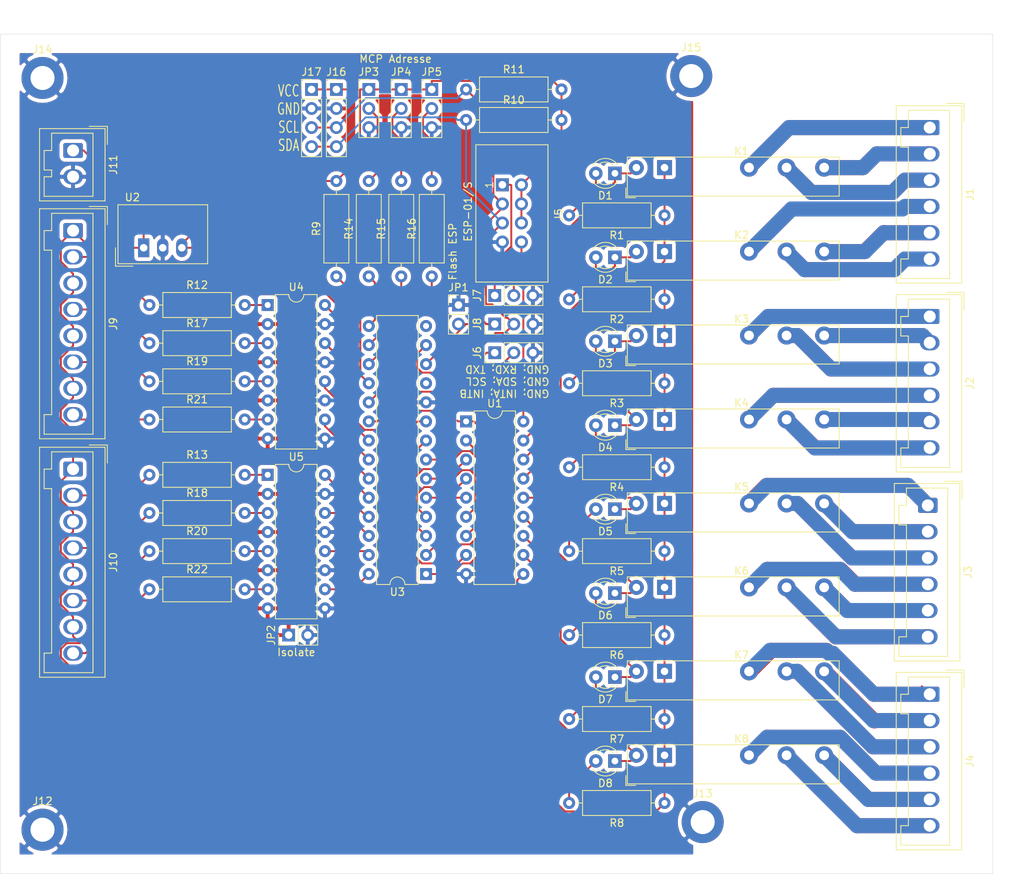
<source format=kicad_pcb>
(kicad_pcb (version 20171130) (host pcbnew "(5.1.4)-1")
  (layers (0 F.Cu signal) (31 B.Cu signal) (34 B.Paste user) (35 F.Paste user) (36 B.SilkS user) (37 F.SilkS user) (38 B.Mask user) (39 F.Mask user) (44 Edge.Cuts user))
  (net 0 "")
  (net 1 +12V)
  (net 2 GND)
  (net 3 VCC)
  (net 4 /SCL)
  (net 5 /SDA)
  (net 6 /RXD)
  (net 7 /TXD)
  (net 8 "Net-(D1-Pad2)")
  (net 9 "Net-(D1-Pad1)")
  (net 10 "Net-(D2-Pad2)")
  (net 11 "Net-(D2-Pad1)")
  (net 12 "Net-(D3-Pad2)")
  (net 13 "Net-(D3-Pad1)")
  (net 14 "Net-(D4-Pad2)")
  (net 15 "Net-(D4-Pad1)")
  (net 16 "Net-(D5-Pad2)")
  (net 17 "Net-(D5-Pad1)")
  (net 18 "Net-(D6-Pad2)")
  (net 19 "Net-(D6-Pad1)")
  (net 20 "Net-(D7-Pad2)")
  (net 21 "Net-(D7-Pad1)")
  (net 22 "Net-(D8-Pad2)")
  (net 23 "Net-(D8-Pad1)")
  (net 24 /K2-11)
  (net 25 /K2-14)
  (net 26 /K2-12)
  (net 27 /K1-11)
  (net 28 /K1-14)
  (net 29 /K1-12)
  (net 30 /K4-11)
  (net 31 /K4-14)
  (net 32 /K4-12)
  (net 33 /K3-11)
  (net 34 /K3-14)
  (net 35 /K3-12)
  (net 36 /K6-11)
  (net 37 /K6-14)
  (net 38 /K6-12)
  (net 39 /K5-11)
  (net 40 /K5-14)
  (net 41 /K5-12)
  (net 42 /K8-11)
  (net 43 /K8-14)
  (net 44 /K8-12)
  (net 45 /K7-11)
  (net 46 /K7-14)
  (net 47 /K7-12)
  (net 48 "Net-(J9-Pad8)")
  (net 49 "Net-(J9-Pad6)")
  (net 50 "Net-(J9-Pad4)")
  (net 51 "Net-(J9-Pad2)")
  (net 52 "Net-(J10-Pad8)")
  (net 53 "Net-(J10-Pad6)")
  (net 54 "Net-(J10-Pad4)")
  (net 55 "Net-(J10-Pad2)")
  (net 56 GNDA)
  (net 57 "Net-(JP3-Pad2)")
  (net 58 "Net-(JP4-Pad2)")
  (net 59 "Net-(JP5-Pad2)")
  (net 60 "Net-(R9-Pad1)")
  (net 61 "Net-(R12-Pad2)")
  (net 62 "Net-(R13-Pad2)")
  (net 63 "Net-(R14-Pad1)")
  (net 64 "Net-(R15-Pad1)")
  (net 65 "Net-(R16-Pad1)")
  (net 66 "Net-(R17-Pad2)")
  (net 67 "Net-(R18-Pad2)")
  (net 68 "Net-(R19-Pad2)")
  (net 69 "Net-(R20-Pad2)")
  (net 70 "Net-(R21-Pad2)")
  (net 71 "Net-(R22-Pad2)")
  (net 72 /Out8)
  (net 73 /Out7)
  (net 74 /Out6)
  (net 75 /Out5)
  (net 76 /Out4)
  (net 77 /Out3)
  (net 78 /Out2)
  (net 79 /Out1)
  (net 80 /In8)
  (net 81 /In7)
  (net 82 /In6)
  (net 83 /In5)
  (net 84 /In4)
  (net 85 /In3)
  (net 86 /In2)
  (net 87 /In1)
  (net 88 /INTA)
  (net 89 /INTB)
  (module Connector_PinHeader_2.54mm:PinHeader_1x04_P2.54mm_Vertical (layer F.Cu) (at 173.482 42.926)
    (fp_text reference J17 (at 0 -2.33) (layer F.SilkS))
    (fp_text value Conn_01x04)
    (pad 4 thru_hole oval (at 0 7.62) (size 1.7 1.7) (drill 1) (layers *.Cu *.Mask) (net 5 /SDA))
    (pad 3 thru_hole oval (at 0 5.08) (size 1.7 1.7) (drill 1) (layers *.Cu *.Mask) (net 4 /SCL))
    (pad 2 thru_hole oval (at 0 2.54) (size 1.7 1.7) (drill 1) (layers *.Cu *.Mask) (net 2 GND))
    (pad 1 thru_hole rect (at 0 0) (size 1.7 1.7) (drill 1) (layers *.Cu *.Mask) (net 3 VCC))
  )
  (module Connector_PinHeader_2.54mm:PinHeader_1x04_P2.54mm_Vertical (layer F.Cu) (at 176.784 42.926)
    (fp_text reference J16 (at 0 -2.33) (layer F.SilkS))
    (fp_text value Conn_01x04)
    (pad 4 thru_hole oval (at 0 7.62) (size 1.7 1.7) (drill 1) (layers *.Cu *.Mask) (net 5 /SDA))
    (pad 3 thru_hole oval (at 0 5.08) (size 1.7 1.7) (drill 1) (layers *.Cu *.Mask) (net 4 /SCL))
    (pad 2 thru_hole oval (at 0 2.54) (size 1.7 1.7) (drill 1) (layers *.Cu *.Mask) (net 2 GND))
    (pad 1 thru_hole rect (at 0 0) (size 1.7 1.7) (drill 1) (layers *.Cu *.Mask) (net 3 VCC))
  )
  (module Mounting_Holes:MountingHole_3.2mm_M3_DIN965_Pad (layer F.Cu) (at 224.028 41.148)
    (fp_text reference J15 (at 0 -3.8) (layer F.SilkS))
    (fp_text value Conn_01x01)
    (pad 1 thru_hole circle (at 0 0) (size 5.6 5.6) (drill 3.2) (layers *.Cu *.Mask) (net 2 GND))
  )
  (module Mounting_Holes:MountingHole_3.2mm_M3_DIN965_Pad (layer F.Cu) (at 137.668 41.402)
    (fp_text reference J14 (at 0 -3.8) (layer F.SilkS))
    (fp_text value Conn_01x01)
    (pad 1 thru_hole circle (at 0 0) (size 5.6 5.6) (drill 3.2) (layers *.Cu *.Mask) (net 2 GND))
  )
  (module Mounting_Holes:MountingHole_3.2mm_M3_DIN965_Pad (layer F.Cu) (at 225.552 140.462)
    (fp_text reference J13 (at 0 -3.8) (layer F.SilkS))
    (fp_text value Conn_01x01)
    (pad 1 thru_hole circle (at 0 0) (size 5.6 5.6) (drill 3.2) (layers *.Cu *.Mask) (net 2 GND))
  )
  (module Mounting_Holes:MountingHole_3.2mm_M3_DIN965_Pad (layer F.Cu) (at 137.668 141.478)
    (fp_text reference J12 (at 0 -3.8) (layer F.SilkS))
    (fp_text value Conn_01x01)
    (pad 1 thru_hole circle (at 0 0) (size 5.6 5.6) (drill 3.2) (layers *.Cu *.Mask) (net 2 GND))
  )
  (module Connector_Wago:Wago_734-132_1x02_P3.50mm_Vertical (layer F.Cu) (at 141.732 51.054 270)
    (fp_text reference J11 (at 1.9 -5.35 90) (layer F.SilkS))
    (fp_text value Conn_01x02)
    (pad 2 thru_hole oval (at 3.5 0 270) (size 2 2.6) (drill 1.6) (layers *.Cu *.Mask) (net 2 GND))
    (pad 1 thru_hole roundrect (at 0 0 270) (size 2 2.6) (drill 1.6) (layers *.Cu *.Mask) (roundrect_rratio 0.125) (net 1 +12V))
  )
  (module Housings_DIP:DIP-16_W7.62mm (layer F.Cu) (at 167.64 94.234)
    (fp_text reference U5 (at 3.81 -2.39) (layer F.SilkS))
    (fp_text value LTV-847M)
    (pad 16 thru_hole oval (at 7.62 0) (size 1.6 1.6) (drill 0.8) (layers *.Cu *.Mask) (net 83 /In5))
    (pad 8 thru_hole oval (at 0 17.78) (size 1.6 1.6) (drill 0.8) (layers *.Cu *.Mask) (net 56 GNDA))
    (pad 15 thru_hole oval (at 7.62 2.54) (size 1.6 1.6) (drill 0.8) (layers *.Cu *.Mask) (net 2 GND))
    (pad 7 thru_hole oval (at 0 15.24) (size 1.6 1.6) (drill 0.8) (layers *.Cu *.Mask) (net 71 "Net-(R22-Pad2)"))
    (pad 14 thru_hole oval (at 7.62 5.08) (size 1.6 1.6) (drill 0.8) (layers *.Cu *.Mask) (net 82 /In6))
    (pad 6 thru_hole oval (at 0 12.7) (size 1.6 1.6) (drill 0.8) (layers *.Cu *.Mask) (net 56 GNDA))
    (pad 13 thru_hole oval (at 7.62 7.62) (size 1.6 1.6) (drill 0.8) (layers *.Cu *.Mask) (net 2 GND))
    (pad 5 thru_hole oval (at 0 10.16) (size 1.6 1.6) (drill 0.8) (layers *.Cu *.Mask) (net 69 "Net-(R20-Pad2)"))
    (pad 12 thru_hole oval (at 7.62 10.16) (size 1.6 1.6) (drill 0.8) (layers *.Cu *.Mask) (net 81 /In7))
    (pad 4 thru_hole oval (at 0 7.62) (size 1.6 1.6) (drill 0.8) (layers *.Cu *.Mask) (net 56 GNDA))
    (pad 11 thru_hole oval (at 7.62 12.7) (size 1.6 1.6) (drill 0.8) (layers *.Cu *.Mask) (net 2 GND))
    (pad 3 thru_hole oval (at 0 5.08) (size 1.6 1.6) (drill 0.8) (layers *.Cu *.Mask) (net 67 "Net-(R18-Pad2)"))
    (pad 10 thru_hole oval (at 7.62 15.24) (size 1.6 1.6) (drill 0.8) (layers *.Cu *.Mask) (net 80 /In8))
    (pad 2 thru_hole oval (at 0 2.54) (size 1.6 1.6) (drill 0.8) (layers *.Cu *.Mask) (net 56 GNDA))
    (pad 9 thru_hole oval (at 7.62 17.78) (size 1.6 1.6) (drill 0.8) (layers *.Cu *.Mask) (net 2 GND))
    (pad 1 thru_hole rect (at 0 0) (size 1.6 1.6) (drill 0.8) (layers *.Cu *.Mask) (net 62 "Net-(R13-Pad2)"))
  )
  (module Housings_DIP:DIP-16_W7.62mm (layer F.Cu) (at 167.64 71.628)
    (fp_text reference U4 (at 3.81 -2.39) (layer F.SilkS))
    (fp_text value LTV-847M)
    (pad 16 thru_hole oval (at 7.62 0) (size 1.6 1.6) (drill 0.8) (layers *.Cu *.Mask) (net 87 /In1))
    (pad 8 thru_hole oval (at 0 17.78) (size 1.6 1.6) (drill 0.8) (layers *.Cu *.Mask) (net 56 GNDA))
    (pad 15 thru_hole oval (at 7.62 2.54) (size 1.6 1.6) (drill 0.8) (layers *.Cu *.Mask) (net 2 GND))
    (pad 7 thru_hole oval (at 0 15.24) (size 1.6 1.6) (drill 0.8) (layers *.Cu *.Mask) (net 70 "Net-(R21-Pad2)"))
    (pad 14 thru_hole oval (at 7.62 5.08) (size 1.6 1.6) (drill 0.8) (layers *.Cu *.Mask) (net 86 /In2))
    (pad 6 thru_hole oval (at 0 12.7) (size 1.6 1.6) (drill 0.8) (layers *.Cu *.Mask) (net 56 GNDA))
    (pad 13 thru_hole oval (at 7.62 7.62) (size 1.6 1.6) (drill 0.8) (layers *.Cu *.Mask) (net 2 GND))
    (pad 5 thru_hole oval (at 0 10.16) (size 1.6 1.6) (drill 0.8) (layers *.Cu *.Mask) (net 68 "Net-(R19-Pad2)"))
    (pad 12 thru_hole oval (at 7.62 10.16) (size 1.6 1.6) (drill 0.8) (layers *.Cu *.Mask) (net 85 /In3))
    (pad 4 thru_hole oval (at 0 7.62) (size 1.6 1.6) (drill 0.8) (layers *.Cu *.Mask) (net 56 GNDA))
    (pad 11 thru_hole oval (at 7.62 12.7) (size 1.6 1.6) (drill 0.8) (layers *.Cu *.Mask) (net 2 GND))
    (pad 3 thru_hole oval (at 0 5.08) (size 1.6 1.6) (drill 0.8) (layers *.Cu *.Mask) (net 66 "Net-(R17-Pad2)"))
    (pad 10 thru_hole oval (at 7.62 15.24) (size 1.6 1.6) (drill 0.8) (layers *.Cu *.Mask) (net 84 /In4))
    (pad 2 thru_hole oval (at 0 2.54) (size 1.6 1.6) (drill 0.8) (layers *.Cu *.Mask) (net 56 GNDA))
    (pad 9 thru_hole oval (at 7.62 17.78) (size 1.6 1.6) (drill 0.8) (layers *.Cu *.Mask) (net 2 GND))
    (pad 1 thru_hole rect (at 0 0) (size 1.6 1.6) (drill 0.8) (layers *.Cu *.Mask) (net 61 "Net-(R12-Pad2)"))
  )
  (module Housings_DIP:DIP-28_W7.62mm (layer F.Cu) (at 188.722 107.442 180)
    (fp_text reference U3 (at 3.81 -2.39) (layer F.SilkS))
    (fp_text value MCP23017)
    (pad 28 thru_hole oval (at 7.62 0 180) (size 1.6 1.6) (drill 0.8) (layers *.Cu *.Mask) (net 80 /In8))
    (pad 14 thru_hole oval (at 0 33.02 180) (size 1.6 1.6) (drill 0.8) (layers *.Cu *.Mask))
    (pad 27 thru_hole oval (at 7.62 2.54 180) (size 1.6 1.6) (drill 0.8) (layers *.Cu *.Mask) (net 81 /In7))
    (pad 13 thru_hole oval (at 0 30.48 180) (size 1.6 1.6) (drill 0.8) (layers *.Cu *.Mask) (net 5 /SDA))
    (pad 26 thru_hole oval (at 7.62 5.08 180) (size 1.6 1.6) (drill 0.8) (layers *.Cu *.Mask) (net 82 /In6))
    (pad 12 thru_hole oval (at 0 27.94 180) (size 1.6 1.6) (drill 0.8) (layers *.Cu *.Mask) (net 4 /SCL))
    (pad 25 thru_hole oval (at 7.62 7.62 180) (size 1.6 1.6) (drill 0.8) (layers *.Cu *.Mask) (net 83 /In5))
    (pad 11 thru_hole oval (at 0 25.4 180) (size 1.6 1.6) (drill 0.8) (layers *.Cu *.Mask))
    (pad 24 thru_hole oval (at 7.62 10.16 180) (size 1.6 1.6) (drill 0.8) (layers *.Cu *.Mask) (net 84 /In4))
    (pad 10 thru_hole oval (at 0 22.86 180) (size 1.6 1.6) (drill 0.8) (layers *.Cu *.Mask) (net 2 GND))
    (pad 23 thru_hole oval (at 7.62 12.7 180) (size 1.6 1.6) (drill 0.8) (layers *.Cu *.Mask) (net 85 /In3))
    (pad 9 thru_hole oval (at 0 20.32 180) (size 1.6 1.6) (drill 0.8) (layers *.Cu *.Mask) (net 3 VCC))
    (pad 22 thru_hole oval (at 7.62 15.24 180) (size 1.6 1.6) (drill 0.8) (layers *.Cu *.Mask) (net 86 /In2))
    (pad 8 thru_hole oval (at 0 17.78 180) (size 1.6 1.6) (drill 0.8) (layers *.Cu *.Mask) (net 72 /Out8))
    (pad 21 thru_hole oval (at 7.62 17.78 180) (size 1.6 1.6) (drill 0.8) (layers *.Cu *.Mask) (net 87 /In1))
    (pad 7 thru_hole oval (at 0 15.24 180) (size 1.6 1.6) (drill 0.8) (layers *.Cu *.Mask) (net 73 /Out7))
    (pad 20 thru_hole oval (at 7.62 20.32 180) (size 1.6 1.6) (drill 0.8) (layers *.Cu *.Mask) (net 88 /INTA))
    (pad 6 thru_hole oval (at 0 12.7 180) (size 1.6 1.6) (drill 0.8) (layers *.Cu *.Mask) (net 74 /Out6))
    (pad 19 thru_hole oval (at 7.62 22.86 180) (size 1.6 1.6) (drill 0.8) (layers *.Cu *.Mask) (net 89 /INTB))
    (pad 5 thru_hole oval (at 0 10.16 180) (size 1.6 1.6) (drill 0.8) (layers *.Cu *.Mask) (net 75 /Out5))
    (pad 18 thru_hole oval (at 7.62 25.4 180) (size 1.6 1.6) (drill 0.8) (layers *.Cu *.Mask) (net 60 "Net-(R9-Pad1)"))
    (pad 4 thru_hole oval (at 0 7.62 180) (size 1.6 1.6) (drill 0.8) (layers *.Cu *.Mask) (net 76 /Out4))
    (pad 17 thru_hole oval (at 7.62 27.94 180) (size 1.6 1.6) (drill 0.8) (layers *.Cu *.Mask) (net 65 "Net-(R16-Pad1)"))
    (pad 3 thru_hole oval (at 0 5.08 180) (size 1.6 1.6) (drill 0.8) (layers *.Cu *.Mask) (net 77 /Out3))
    (pad 16 thru_hole oval (at 7.62 30.48 180) (size 1.6 1.6) (drill 0.8) (layers *.Cu *.Mask) (net 64 "Net-(R15-Pad1)"))
    (pad 2 thru_hole oval (at 0 2.54 180) (size 1.6 1.6) (drill 0.8) (layers *.Cu *.Mask) (net 78 /Out2))
    (pad 15 thru_hole oval (at 7.62 33.02 180) (size 1.6 1.6) (drill 0.8) (layers *.Cu *.Mask) (net 63 "Net-(R14-Pad1)"))
    (pad 1 thru_hole rect (at 0 0 180) (size 1.6 1.6) (drill 0.8) (layers *.Cu *.Mask) (net 79 /Out1))
  )
  (module Converter_DCDC:Converter_DCDC_TRACO_TSR-1_THT (layer F.Cu) (at 151.13 64.008)
    (fp_text reference U2 (at -1.5 -6.71) (layer F.SilkS))
    (fp_text value TSR_1-2433)
    (pad 3 thru_hole oval (at 5.08 0) (size 1.5 2.5) (drill 1) (layers *.Cu *.Mask) (net 3 VCC))
    (pad 2 thru_hole oval (at 2.54 0) (size 1.5 2.5) (drill 1) (layers *.Cu *.Mask) (net 2 GND))
    (pad 1 thru_hole rect (at 0 0) (size 1.5 2.5) (drill 1) (layers *.Cu *.Mask) (net 1 +12V))
  )
  (module Housings_DIP:DIP-18_W7.62mm (layer F.Cu) (at 194.056 87.122)
    (fp_text reference U1 (at 3.81 -2.39) (layer F.SilkS))
    (fp_text value ULN2801A)
    (pad 18 thru_hole oval (at 7.62 0) (size 1.6 1.6) (drill 0.8) (layers *.Cu *.Mask) (net 9 "Net-(D1-Pad1)"))
    (pad 9 thru_hole oval (at 0 20.32) (size 1.6 1.6) (drill 0.8) (layers *.Cu *.Mask) (net 2 GND))
    (pad 17 thru_hole oval (at 7.62 2.54) (size 1.6 1.6) (drill 0.8) (layers *.Cu *.Mask) (net 11 "Net-(D2-Pad1)"))
    (pad 8 thru_hole oval (at 0 17.78) (size 1.6 1.6) (drill 0.8) (layers *.Cu *.Mask) (net 72 /Out8))
    (pad 16 thru_hole oval (at 7.62 5.08) (size 1.6 1.6) (drill 0.8) (layers *.Cu *.Mask) (net 13 "Net-(D3-Pad1)"))
    (pad 7 thru_hole oval (at 0 15.24) (size 1.6 1.6) (drill 0.8) (layers *.Cu *.Mask) (net 73 /Out7))
    (pad 15 thru_hole oval (at 7.62 7.62) (size 1.6 1.6) (drill 0.8) (layers *.Cu *.Mask) (net 15 "Net-(D4-Pad1)"))
    (pad 6 thru_hole oval (at 0 12.7) (size 1.6 1.6) (drill 0.8) (layers *.Cu *.Mask) (net 74 /Out6))
    (pad 14 thru_hole oval (at 7.62 10.16) (size 1.6 1.6) (drill 0.8) (layers *.Cu *.Mask) (net 17 "Net-(D5-Pad1)"))
    (pad 5 thru_hole oval (at 0 10.16) (size 1.6 1.6) (drill 0.8) (layers *.Cu *.Mask) (net 75 /Out5))
    (pad 13 thru_hole oval (at 7.62 12.7) (size 1.6 1.6) (drill 0.8) (layers *.Cu *.Mask) (net 19 "Net-(D6-Pad1)"))
    (pad 4 thru_hole oval (at 0 7.62) (size 1.6 1.6) (drill 0.8) (layers *.Cu *.Mask) (net 76 /Out4))
    (pad 12 thru_hole oval (at 7.62 15.24) (size 1.6 1.6) (drill 0.8) (layers *.Cu *.Mask) (net 21 "Net-(D7-Pad1)"))
    (pad 3 thru_hole oval (at 0 5.08) (size 1.6 1.6) (drill 0.8) (layers *.Cu *.Mask) (net 77 /Out3))
    (pad 11 thru_hole oval (at 7.62 17.78) (size 1.6 1.6) (drill 0.8) (layers *.Cu *.Mask) (net 23 "Net-(D8-Pad1)"))
    (pad 2 thru_hole oval (at 0 2.54) (size 1.6 1.6) (drill 0.8) (layers *.Cu *.Mask) (net 78 /Out2))
    (pad 10 thru_hole oval (at 7.62 20.32) (size 1.6 1.6) (drill 0.8) (layers *.Cu *.Mask) (net 1 +12V))
    (pad 1 thru_hole rect (at 0 0) (size 1.6 1.6) (drill 0.8) (layers *.Cu *.Mask) (net 79 /Out1))
  )
  (module Resistors_THT:R_Axial_DIN0309_L9.0mm_D3.2mm_P12.70mm_Horizontal (layer F.Cu) (at 151.892 109.474)
    (fp_text reference R22 (at 6.35 -2.66) (layer F.SilkS))
    (fp_text value R)
    (pad 2 thru_hole oval (at 12.7 0) (size 1.6 1.6) (drill 0.8) (layers *.Cu *.Mask) (net 71 "Net-(R22-Pad2)"))
    (pad 1 thru_hole circle (at 0 0) (size 1.6 1.6) (drill 0.8) (layers *.Cu *.Mask) (net 52 "Net-(J10-Pad8)"))
  )
  (module Resistors_THT:R_Axial_DIN0309_L9.0mm_D3.2mm_P12.70mm_Horizontal (layer F.Cu) (at 151.892 86.868)
    (fp_text reference R21 (at 6.35 -2.66) (layer F.SilkS))
    (fp_text value R)
    (pad 2 thru_hole oval (at 12.7 0) (size 1.6 1.6) (drill 0.8) (layers *.Cu *.Mask) (net 70 "Net-(R21-Pad2)"))
    (pad 1 thru_hole circle (at 0 0) (size 1.6 1.6) (drill 0.8) (layers *.Cu *.Mask) (net 48 "Net-(J9-Pad8)"))
  )
  (module Resistors_THT:R_Axial_DIN0309_L9.0mm_D3.2mm_P12.70mm_Horizontal (layer F.Cu) (at 151.892 104.394)
    (fp_text reference R20 (at 6.35 -2.66) (layer F.SilkS))
    (fp_text value R)
    (pad 2 thru_hole oval (at 12.7 0) (size 1.6 1.6) (drill 0.8) (layers *.Cu *.Mask) (net 69 "Net-(R20-Pad2)"))
    (pad 1 thru_hole circle (at 0 0) (size 1.6 1.6) (drill 0.8) (layers *.Cu *.Mask) (net 53 "Net-(J10-Pad6)"))
  )
  (module Resistors_THT:R_Axial_DIN0309_L9.0mm_D3.2mm_P12.70mm_Horizontal (layer F.Cu) (at 151.892 81.788)
    (fp_text reference R19 (at 6.35 -2.66) (layer F.SilkS))
    (fp_text value R)
    (pad 2 thru_hole oval (at 12.7 0) (size 1.6 1.6) (drill 0.8) (layers *.Cu *.Mask) (net 68 "Net-(R19-Pad2)"))
    (pad 1 thru_hole circle (at 0 0) (size 1.6 1.6) (drill 0.8) (layers *.Cu *.Mask) (net 49 "Net-(J9-Pad6)"))
  )
  (module Resistors_THT:R_Axial_DIN0309_L9.0mm_D3.2mm_P12.70mm_Horizontal (layer F.Cu) (at 151.892 99.314)
    (fp_text reference R18 (at 6.35 -2.66) (layer F.SilkS))
    (fp_text value R)
    (pad 2 thru_hole oval (at 12.7 0) (size 1.6 1.6) (drill 0.8) (layers *.Cu *.Mask) (net 67 "Net-(R18-Pad2)"))
    (pad 1 thru_hole circle (at 0 0) (size 1.6 1.6) (drill 0.8) (layers *.Cu *.Mask) (net 54 "Net-(J10-Pad4)"))
  )
  (module Resistors_THT:R_Axial_DIN0309_L9.0mm_D3.2mm_P12.70mm_Horizontal (layer F.Cu) (at 151.892 76.708)
    (fp_text reference R17 (at 6.35 -2.66) (layer F.SilkS))
    (fp_text value R)
    (pad 2 thru_hole oval (at 12.7 0) (size 1.6 1.6) (drill 0.8) (layers *.Cu *.Mask) (net 66 "Net-(R17-Pad2)"))
    (pad 1 thru_hole circle (at 0 0) (size 1.6 1.6) (drill 0.8) (layers *.Cu *.Mask) (net 50 "Net-(J9-Pad4)"))
  )
  (module Resistors_THT:R_Axial_DIN0309_L9.0mm_D3.2mm_P12.70mm_Horizontal (layer F.Cu) (at 189.484 67.818 90)
    (fp_text reference R16 (at 6.35 -2.66 90) (layer F.SilkS))
    (fp_text value R)
    (pad 2 thru_hole oval (at 12.7 0 90) (size 1.6 1.6) (drill 0.8) (layers *.Cu *.Mask) (net 59 "Net-(JP5-Pad2)"))
    (pad 1 thru_hole circle (at 0 0 90) (size 1.6 1.6) (drill 0.8) (layers *.Cu *.Mask) (net 65 "Net-(R16-Pad1)"))
  )
  (module Resistors_THT:R_Axial_DIN0309_L9.0mm_D3.2mm_P12.70mm_Horizontal (layer F.Cu) (at 185.42 67.818 90)
    (fp_text reference R15 (at 6.35 -2.66 90) (layer F.SilkS))
    (fp_text value R)
    (pad 2 thru_hole oval (at 12.7 0 90) (size 1.6 1.6) (drill 0.8) (layers *.Cu *.Mask) (net 58 "Net-(JP4-Pad2)"))
    (pad 1 thru_hole circle (at 0 0 90) (size 1.6 1.6) (drill 0.8) (layers *.Cu *.Mask) (net 64 "Net-(R15-Pad1)"))
  )
  (module Resistors_THT:R_Axial_DIN0309_L9.0mm_D3.2mm_P12.70mm_Horizontal (layer F.Cu) (at 181.102 67.818 90)
    (fp_text reference R14 (at 6.35 -2.66 90) (layer F.SilkS))
    (fp_text value R)
    (pad 2 thru_hole oval (at 12.7 0 90) (size 1.6 1.6) (drill 0.8) (layers *.Cu *.Mask) (net 57 "Net-(JP3-Pad2)"))
    (pad 1 thru_hole circle (at 0 0 90) (size 1.6 1.6) (drill 0.8) (layers *.Cu *.Mask) (net 63 "Net-(R14-Pad1)"))
  )
  (module Resistors_THT:R_Axial_DIN0309_L9.0mm_D3.2mm_P12.70mm_Horizontal (layer F.Cu) (at 151.892 94.234)
    (fp_text reference R13 (at 6.35 -2.66) (layer F.SilkS))
    (fp_text value R)
    (pad 2 thru_hole oval (at 12.7 0) (size 1.6 1.6) (drill 0.8) (layers *.Cu *.Mask) (net 62 "Net-(R13-Pad2)"))
    (pad 1 thru_hole circle (at 0 0) (size 1.6 1.6) (drill 0.8) (layers *.Cu *.Mask) (net 55 "Net-(J10-Pad2)"))
  )
  (module Resistors_THT:R_Axial_DIN0309_L9.0mm_D3.2mm_P12.70mm_Horizontal (layer F.Cu) (at 151.892 71.628)
    (fp_text reference R12 (at 6.35 -2.66) (layer F.SilkS))
    (fp_text value R)
    (pad 2 thru_hole oval (at 12.7 0) (size 1.6 1.6) (drill 0.8) (layers *.Cu *.Mask) (net 61 "Net-(R12-Pad2)"))
    (pad 1 thru_hole circle (at 0 0) (size 1.6 1.6) (drill 0.8) (layers *.Cu *.Mask) (net 51 "Net-(J9-Pad2)"))
  )
  (module Resistors_THT:R_Axial_DIN0309_L9.0mm_D3.2mm_P12.70mm_Horizontal (layer F.Cu) (at 194.056 42.926)
    (fp_text reference R11 (at 6.35 -2.66) (layer F.SilkS))
    (fp_text value R)
    (pad 2 thru_hole oval (at 12.7 0) (size 1.6 1.6) (drill 0.8) (layers *.Cu *.Mask) (net 3 VCC))
    (pad 1 thru_hole circle (at 0 0) (size 1.6 1.6) (drill 0.8) (layers *.Cu *.Mask) (net 4 /SCL))
  )
  (module Resistors_THT:R_Axial_DIN0309_L9.0mm_D3.2mm_P12.70mm_Horizontal (layer F.Cu) (at 194.056 46.99)
    (fp_text reference R10 (at 6.35 -2.66) (layer F.SilkS))
    (fp_text value R)
    (pad 2 thru_hole oval (at 12.7 0) (size 1.6 1.6) (drill 0.8) (layers *.Cu *.Mask) (net 3 VCC))
    (pad 1 thru_hole circle (at 0 0) (size 1.6 1.6) (drill 0.8) (layers *.Cu *.Mask) (net 5 /SDA))
  )
  (module Resistors_THT:R_Axial_DIN0309_L9.0mm_D3.2mm_P12.70mm_Horizontal (layer F.Cu) (at 176.784 67.818 90)
    (fp_text reference R9 (at 6.35 -2.66 90) (layer F.SilkS))
    (fp_text value R)
    (pad 2 thru_hole oval (at 12.7 0 90) (size 1.6 1.6) (drill 0.8) (layers *.Cu *.Mask) (net 3 VCC))
    (pad 1 thru_hole circle (at 0 0 90) (size 1.6 1.6) (drill 0.8) (layers *.Cu *.Mask) (net 60 "Net-(R9-Pad1)"))
  )
  (module Resistors_THT:R_Axial_DIN0309_L9.0mm_D3.2mm_P12.70mm_Horizontal (layer F.Cu) (at 220.472 137.922 180)
    (fp_text reference R8 (at 6.35 -2.66) (layer F.SilkS))
    (fp_text value R)
    (pad 2 thru_hole oval (at 12.7 0 180) (size 1.6 1.6) (drill 0.8) (layers *.Cu *.Mask) (net 22 "Net-(D8-Pad2)"))
    (pad 1 thru_hole circle (at 0 0 180) (size 1.6 1.6) (drill 0.8) (layers *.Cu *.Mask) (net 1 +12V))
  )
  (module Resistors_THT:R_Axial_DIN0309_L9.0mm_D3.2mm_P12.70mm_Horizontal (layer F.Cu) (at 220.472 126.746 180)
    (fp_text reference R7 (at 6.35 -2.66) (layer F.SilkS))
    (fp_text value R)
    (pad 2 thru_hole oval (at 12.7 0 180) (size 1.6 1.6) (drill 0.8) (layers *.Cu *.Mask) (net 20 "Net-(D7-Pad2)"))
    (pad 1 thru_hole circle (at 0 0 180) (size 1.6 1.6) (drill 0.8) (layers *.Cu *.Mask) (net 1 +12V))
  )
  (module Resistors_THT:R_Axial_DIN0309_L9.0mm_D3.2mm_P12.70mm_Horizontal (layer F.Cu) (at 220.472 115.57 180)
    (fp_text reference R6 (at 6.35 -2.66) (layer F.SilkS))
    (fp_text value R)
    (pad 2 thru_hole oval (at 12.7 0 180) (size 1.6 1.6) (drill 0.8) (layers *.Cu *.Mask) (net 18 "Net-(D6-Pad2)"))
    (pad 1 thru_hole circle (at 0 0 180) (size 1.6 1.6) (drill 0.8) (layers *.Cu *.Mask) (net 1 +12V))
  )
  (module Resistors_THT:R_Axial_DIN0309_L9.0mm_D3.2mm_P12.70mm_Horizontal (layer F.Cu) (at 220.472 104.394 180)
    (fp_text reference R5 (at 6.35 -2.66) (layer F.SilkS))
    (fp_text value R)
    (pad 2 thru_hole oval (at 12.7 0 180) (size 1.6 1.6) (drill 0.8) (layers *.Cu *.Mask) (net 16 "Net-(D5-Pad2)"))
    (pad 1 thru_hole circle (at 0 0 180) (size 1.6 1.6) (drill 0.8) (layers *.Cu *.Mask) (net 1 +12V))
  )
  (module Resistors_THT:R_Axial_DIN0309_L9.0mm_D3.2mm_P12.70mm_Horizontal (layer F.Cu) (at 220.472 93.218 180)
    (fp_text reference R4 (at 6.35 -2.66) (layer F.SilkS))
    (fp_text value R)
    (pad 2 thru_hole oval (at 12.7 0 180) (size 1.6 1.6) (drill 0.8) (layers *.Cu *.Mask) (net 14 "Net-(D4-Pad2)"))
    (pad 1 thru_hole circle (at 0 0 180) (size 1.6 1.6) (drill 0.8) (layers *.Cu *.Mask) (net 1 +12V))
  )
  (module Resistors_THT:R_Axial_DIN0309_L9.0mm_D3.2mm_P12.70mm_Horizontal (layer F.Cu) (at 220.472 82.042 180)
    (fp_text reference R3 (at 6.35 -2.66) (layer F.SilkS))
    (fp_text value R)
    (pad 2 thru_hole oval (at 12.7 0 180) (size 1.6 1.6) (drill 0.8) (layers *.Cu *.Mask) (net 12 "Net-(D3-Pad2)"))
    (pad 1 thru_hole circle (at 0 0 180) (size 1.6 1.6) (drill 0.8) (layers *.Cu *.Mask) (net 1 +12V))
  )
  (module Resistors_THT:R_Axial_DIN0309_L9.0mm_D3.2mm_P12.70mm_Horizontal (layer F.Cu) (at 220.472 70.866 180)
    (fp_text reference R2 (at 6.35 -2.66) (layer F.SilkS))
    (fp_text value R)
    (pad 2 thru_hole oval (at 12.7 0 180) (size 1.6 1.6) (drill 0.8) (layers *.Cu *.Mask) (net 10 "Net-(D2-Pad2)"))
    (pad 1 thru_hole circle (at 0 0 180) (size 1.6 1.6) (drill 0.8) (layers *.Cu *.Mask) (net 1 +12V))
  )
  (module Resistors_THT:R_Axial_DIN0309_L9.0mm_D3.2mm_P12.70mm_Horizontal (layer F.Cu) (at 220.472 59.69 180)
    (fp_text reference R1 (at 6.35 -2.66) (layer F.SilkS))
    (fp_text value R)
    (pad 2 thru_hole oval (at 12.7 0 180) (size 1.6 1.6) (drill 0.8) (layers *.Cu *.Mask) (net 8 "Net-(D1-Pad2)"))
    (pad 1 thru_hole circle (at 0 0 180) (size 1.6 1.6) (drill 0.8) (layers *.Cu *.Mask) (net 1 +12V))
  )
  (module Relay_THT:Relay_SPDT_Finder_34.51_Vertical (layer F.Cu) (at 220.472 131.572)
    (fp_text reference K8 (at 10.25 -2.2) (layer F.SilkS))
    (fp_text value FINDER-34.51)
    (pad A2 thru_hole circle (at -3.75 0) (size 2 2) (drill 1) (layers *.Cu *.Mask) (net 23 "Net-(D8-Pad1)"))
    (pad A1 thru_hole rect (at 0 0) (size 2 2) (drill 1) (layers *.Cu *.Mask) (net 1 +12V))
    (pad 12 thru_hole circle (at 11.25 0) (size 2.4 2.4) (drill 1.3) (layers *.Cu *.Mask) (net 44 /K8-12))
    (pad 11 thru_hole circle (at 16.25 0) (size 2.4 2.4) (drill 1.3) (layers *.Cu *.Mask) (net 42 /K8-11))
    (pad 14 thru_hole circle (at 21.25 0) (size 2.4 2.4) (drill 1.3) (layers *.Cu *.Mask) (net 43 /K8-14))
  )
  (module Relay_THT:Relay_SPDT_Finder_34.51_Vertical (layer F.Cu) (at 220.472 120.396)
    (fp_text reference K7 (at 10.25 -2.2) (layer F.SilkS))
    (fp_text value FINDER-34.51)
    (pad A2 thru_hole circle (at -3.75 0) (size 2 2) (drill 1) (layers *.Cu *.Mask) (net 21 "Net-(D7-Pad1)"))
    (pad A1 thru_hole rect (at 0 0) (size 2 2) (drill 1) (layers *.Cu *.Mask) (net 1 +12V))
    (pad 12 thru_hole circle (at 11.25 0) (size 2.4 2.4) (drill 1.3) (layers *.Cu *.Mask) (net 47 /K7-12))
    (pad 11 thru_hole circle (at 16.25 0) (size 2.4 2.4) (drill 1.3) (layers *.Cu *.Mask) (net 45 /K7-11))
    (pad 14 thru_hole circle (at 21.25 0) (size 2.4 2.4) (drill 1.3) (layers *.Cu *.Mask) (net 46 /K7-14))
  )
  (module Relay_THT:Relay_SPDT_Finder_34.51_Vertical (layer F.Cu) (at 220.472 109.22)
    (fp_text reference K6 (at 10.25 -2.2) (layer F.SilkS))
    (fp_text value FINDER-34.51)
    (pad A2 thru_hole circle (at -3.75 0) (size 2 2) (drill 1) (layers *.Cu *.Mask) (net 19 "Net-(D6-Pad1)"))
    (pad A1 thru_hole rect (at 0 0) (size 2 2) (drill 1) (layers *.Cu *.Mask) (net 1 +12V))
    (pad 12 thru_hole circle (at 11.25 0) (size 2.4 2.4) (drill 1.3) (layers *.Cu *.Mask) (net 38 /K6-12))
    (pad 11 thru_hole circle (at 16.25 0) (size 2.4 2.4) (drill 1.3) (layers *.Cu *.Mask) (net 36 /K6-11))
    (pad 14 thru_hole circle (at 21.25 0) (size 2.4 2.4) (drill 1.3) (layers *.Cu *.Mask) (net 37 /K6-14))
  )
  (module Relay_THT:Relay_SPDT_Finder_34.51_Vertical (layer F.Cu) (at 220.472 98.044)
    (fp_text reference K5 (at 10.25 -2.2) (layer F.SilkS))
    (fp_text value FINDER-34.51)
    (pad A2 thru_hole circle (at -3.75 0) (size 2 2) (drill 1) (layers *.Cu *.Mask) (net 17 "Net-(D5-Pad1)"))
    (pad A1 thru_hole rect (at 0 0) (size 2 2) (drill 1) (layers *.Cu *.Mask) (net 1 +12V))
    (pad 12 thru_hole circle (at 11.25 0) (size 2.4 2.4) (drill 1.3) (layers *.Cu *.Mask) (net 41 /K5-12))
    (pad 11 thru_hole circle (at 16.25 0) (size 2.4 2.4) (drill 1.3) (layers *.Cu *.Mask) (net 39 /K5-11))
    (pad 14 thru_hole circle (at 21.25 0) (size 2.4 2.4) (drill 1.3) (layers *.Cu *.Mask) (net 40 /K5-14))
  )
  (module Relay_THT:Relay_SPDT_Finder_34.51_Vertical (layer F.Cu) (at 220.472 86.868)
    (fp_text reference K4 (at 10.25 -2.2) (layer F.SilkS))
    (fp_text value FINDER-34.51)
    (pad A2 thru_hole circle (at -3.75 0) (size 2 2) (drill 1) (layers *.Cu *.Mask) (net 15 "Net-(D4-Pad1)"))
    (pad A1 thru_hole rect (at 0 0) (size 2 2) (drill 1) (layers *.Cu *.Mask) (net 1 +12V))
    (pad 12 thru_hole circle (at 11.25 0) (size 2.4 2.4) (drill 1.3) (layers *.Cu *.Mask) (net 32 /K4-12))
    (pad 11 thru_hole circle (at 16.25 0) (size 2.4 2.4) (drill 1.3) (layers *.Cu *.Mask) (net 30 /K4-11))
    (pad 14 thru_hole circle (at 21.25 0) (size 2.4 2.4) (drill 1.3) (layers *.Cu *.Mask) (net 31 /K4-14))
  )
  (module Relay_THT:Relay_SPDT_Finder_34.51_Vertical (layer F.Cu) (at 220.472 75.692)
    (fp_text reference K3 (at 10.25 -2.2) (layer F.SilkS))
    (fp_text value FINDER-34.51)
    (pad A2 thru_hole circle (at -3.75 0) (size 2 2) (drill 1) (layers *.Cu *.Mask) (net 13 "Net-(D3-Pad1)"))
    (pad A1 thru_hole rect (at 0 0) (size 2 2) (drill 1) (layers *.Cu *.Mask) (net 1 +12V))
    (pad 12 thru_hole circle (at 11.25 0) (size 2.4 2.4) (drill 1.3) (layers *.Cu *.Mask) (net 35 /K3-12))
    (pad 11 thru_hole circle (at 16.25 0) (size 2.4 2.4) (drill 1.3) (layers *.Cu *.Mask) (net 33 /K3-11))
    (pad 14 thru_hole circle (at 21.25 0) (size 2.4 2.4) (drill 1.3) (layers *.Cu *.Mask) (net 34 /K3-14))
  )
  (module Relay_THT:Relay_SPDT_Finder_34.51_Vertical (layer F.Cu) (at 220.472 64.516)
    (fp_text reference K2 (at 10.25 -2.2) (layer F.SilkS))
    (fp_text value FINDER-34.51)
    (pad A2 thru_hole circle (at -3.75 0) (size 2 2) (drill 1) (layers *.Cu *.Mask) (net 11 "Net-(D2-Pad1)"))
    (pad A1 thru_hole rect (at 0 0) (size 2 2) (drill 1) (layers *.Cu *.Mask) (net 1 +12V))
    (pad 12 thru_hole circle (at 11.25 0) (size 2.4 2.4) (drill 1.3) (layers *.Cu *.Mask) (net 26 /K2-12))
    (pad 11 thru_hole circle (at 16.25 0) (size 2.4 2.4) (drill 1.3) (layers *.Cu *.Mask) (net 24 /K2-11))
    (pad 14 thru_hole circle (at 21.25 0) (size 2.4 2.4) (drill 1.3) (layers *.Cu *.Mask) (net 25 /K2-14))
  )
  (module Relay_THT:Relay_SPDT_Finder_34.51_Vertical (layer F.Cu) (at 220.472 53.34)
    (fp_text reference K1 (at 10.25 -2.2) (layer F.SilkS))
    (fp_text value FINDER-34.51)
    (pad A2 thru_hole circle (at -3.75 0) (size 2 2) (drill 1) (layers *.Cu *.Mask) (net 9 "Net-(D1-Pad1)"))
    (pad A1 thru_hole rect (at 0 0) (size 2 2) (drill 1) (layers *.Cu *.Mask) (net 1 +12V))
    (pad 12 thru_hole circle (at 11.25 0) (size 2.4 2.4) (drill 1.3) (layers *.Cu *.Mask) (net 29 /K1-12))
    (pad 11 thru_hole circle (at 16.25 0) (size 2.4 2.4) (drill 1.3) (layers *.Cu *.Mask) (net 27 /K1-11))
    (pad 14 thru_hole circle (at 21.25 0) (size 2.4 2.4) (drill 1.3) (layers *.Cu *.Mask) (net 28 /K1-14))
  )
  (module Connector_PinHeader_2.54mm:PinHeader_1x03_P2.54mm_Vertical (layer F.Cu) (at 189.484 42.926)
    (fp_text reference JP5 (at 0 -2.33) (layer F.SilkS))
    (fp_text value Jumper_3_Bridged12)
    (pad 3 thru_hole oval (at 0 5.08) (size 1.7 1.7) (drill 1) (layers *.Cu *.Mask) (net 2 GND))
    (pad 2 thru_hole oval (at 0 2.54) (size 1.7 1.7) (drill 1) (layers *.Cu *.Mask) (net 59 "Net-(JP5-Pad2)"))
    (pad 1 thru_hole rect (at 0 0) (size 1.7 1.7) (drill 1) (layers *.Cu *.Mask) (net 3 VCC))
  )
  (module Connector_PinHeader_2.54mm:PinHeader_1x03_P2.54mm_Vertical (layer F.Cu) (at 185.42 42.926)
    (fp_text reference JP4 (at 0 -2.33) (layer F.SilkS))
    (fp_text value Jumper_3_Bridged12)
    (pad 3 thru_hole oval (at 0 5.08) (size 1.7 1.7) (drill 1) (layers *.Cu *.Mask) (net 2 GND))
    (pad 2 thru_hole oval (at 0 2.54) (size 1.7 1.7) (drill 1) (layers *.Cu *.Mask) (net 58 "Net-(JP4-Pad2)"))
    (pad 1 thru_hole rect (at 0 0) (size 1.7 1.7) (drill 1) (layers *.Cu *.Mask) (net 3 VCC))
  )
  (module Connector_PinHeader_2.54mm:PinHeader_1x03_P2.54mm_Vertical (layer F.Cu) (at 181.102 42.926)
    (fp_text reference JP3 (at 0 -2.33) (layer F.SilkS))
    (fp_text value Jumper_3_Bridged12)
    (pad 3 thru_hole oval (at 0 5.08) (size 1.7 1.7) (drill 1) (layers *.Cu *.Mask) (net 2 GND))
    (pad 2 thru_hole oval (at 0 2.54) (size 1.7 1.7) (drill 1) (layers *.Cu *.Mask) (net 57 "Net-(JP3-Pad2)"))
    (pad 1 thru_hole rect (at 0 0) (size 1.7 1.7) (drill 1) (layers *.Cu *.Mask) (net 3 VCC))
  )
  (module Connector_PinHeader_2.54mm:PinHeader_1x02_P2.54mm_Vertical (layer F.Cu) (at 170.434 115.57 90)
    (fp_text reference JP2 (at 0 -2.33 90) (layer F.SilkS))
    (fp_text value Jumper_NO_Small)
    (pad 2 thru_hole oval (at 0 2.54 90) (size 1.7 1.7) (drill 1) (layers *.Cu *.Mask) (net 2 GND))
    (pad 1 thru_hole rect (at 0 0 90) (size 1.7 1.7) (drill 1) (layers *.Cu *.Mask) (net 56 GNDA))
  )
  (module Connector_PinHeader_2.54mm:PinHeader_1x02_P2.54mm_Vertical (layer F.Cu) (at 193.04 71.628)
    (fp_text reference JP1 (at 0 -2.33) (layer F.SilkS))
    (fp_text value Jumper_NO_Small)
    (pad 2 thru_hole oval (at 0 2.54) (size 1.7 1.7) (drill 1) (layers *.Cu *.Mask) (net 4 /SCL))
    (pad 1 thru_hole rect (at 0 0) (size 1.7 1.7) (drill 1) (layers *.Cu *.Mask) (net 2 GND))
  )
  (module Connector_Wago:Wago_734-138_1x08_P3.50mm_Vertical (layer F.Cu) (at 141.732 93.472 270)
    (fp_text reference J10 (at 12.4 -5.35 90) (layer F.SilkS))
    (fp_text value Conn_01x08)
    (pad 8 thru_hole oval (at 24.5 0 270) (size 2 2.6) (drill 1.6) (layers *.Cu *.Mask) (net 52 "Net-(J10-Pad8)"))
    (pad 7 thru_hole oval (at 21 0 270) (size 2 2.6) (drill 1.6) (layers *.Cu *.Mask) (net 1 +12V))
    (pad 6 thru_hole oval (at 17.5 0 270) (size 2 2.6) (drill 1.6) (layers *.Cu *.Mask) (net 53 "Net-(J10-Pad6)"))
    (pad 5 thru_hole oval (at 14 0 270) (size 2 2.6) (drill 1.6) (layers *.Cu *.Mask) (net 1 +12V))
    (pad 4 thru_hole oval (at 10.5 0 270) (size 2 2.6) (drill 1.6) (layers *.Cu *.Mask) (net 54 "Net-(J10-Pad4)"))
    (pad 3 thru_hole oval (at 7 0 270) (size 2 2.6) (drill 1.6) (layers *.Cu *.Mask) (net 1 +12V))
    (pad 2 thru_hole oval (at 3.5 0 270) (size 2 2.6) (drill 1.6) (layers *.Cu *.Mask) (net 55 "Net-(J10-Pad2)"))
    (pad 1 thru_hole roundrect (at 0 0 270) (size 2 2.6) (drill 1.6) (layers *.Cu *.Mask) (roundrect_rratio 0.125) (net 1 +12V))
  )
  (module Connector_Wago:Wago_734-138_1x08_P3.50mm_Vertical (layer F.Cu) (at 141.732 61.722 270)
    (fp_text reference J9 (at 12.4 -5.35 90) (layer F.SilkS))
    (fp_text value Conn_01x08)
    (pad 8 thru_hole oval (at 24.5 0 270) (size 2 2.6) (drill 1.6) (layers *.Cu *.Mask) (net 48 "Net-(J9-Pad8)"))
    (pad 7 thru_hole oval (at 21 0 270) (size 2 2.6) (drill 1.6) (layers *.Cu *.Mask) (net 1 +12V))
    (pad 6 thru_hole oval (at 17.5 0 270) (size 2 2.6) (drill 1.6) (layers *.Cu *.Mask) (net 49 "Net-(J9-Pad6)"))
    (pad 5 thru_hole oval (at 14 0 270) (size 2 2.6) (drill 1.6) (layers *.Cu *.Mask) (net 1 +12V))
    (pad 4 thru_hole oval (at 10.5 0 270) (size 2 2.6) (drill 1.6) (layers *.Cu *.Mask) (net 50 "Net-(J9-Pad4)"))
    (pad 3 thru_hole oval (at 7 0 270) (size 2 2.6) (drill 1.6) (layers *.Cu *.Mask) (net 1 +12V))
    (pad 2 thru_hole oval (at 3.5 0 270) (size 2 2.6) (drill 1.6) (layers *.Cu *.Mask) (net 51 "Net-(J9-Pad2)"))
    (pad 1 thru_hole roundrect (at 0 0 270) (size 2 2.6) (drill 1.6) (layers *.Cu *.Mask) (roundrect_rratio 0.125) (net 1 +12V))
  )
  (module Connector_PinHeader_2.54mm:PinHeader_1x03_P2.54mm_Vertical (layer F.Cu) (at 197.866 74.168 90)
    (fp_text reference J8 (at 0 -2.33 90) (layer F.SilkS))
    (fp_text value Conn_01x03_Male)
    (pad 3 thru_hole oval (at 0 5.08 90) (size 1.7 1.7) (drill 1) (layers *.Cu *.Mask) (net 2 GND))
    (pad 2 thru_hole oval (at 0 2.54 90) (size 1.7 1.7) (drill 1) (layers *.Cu *.Mask) (net 5 /SDA))
    (pad 1 thru_hole rect (at 0 0 90) (size 1.7 1.7) (drill 1) (layers *.Cu *.Mask) (net 4 /SCL))
  )
  (module Connector_PinHeader_2.54mm:PinHeader_1x03_P2.54mm_Vertical (layer F.Cu) (at 197.866 70.358 90)
    (fp_text reference J7 (at 0 -2.33 90) (layer F.SilkS))
    (fp_text value Conn_01x03)
    (pad 3 thru_hole oval (at 0 5.08 90) (size 1.7 1.7) (drill 1) (layers *.Cu *.Mask) (net 2 GND))
    (pad 2 thru_hole oval (at 0 2.54 90) (size 1.7 1.7) (drill 1) (layers *.Cu *.Mask) (net 6 /RXD))
    (pad 1 thru_hole rect (at 0 0 90) (size 1.7 1.7) (drill 1) (layers *.Cu *.Mask) (net 7 /TXD))
  )
  (module Connector_PinHeader_2.54mm:PinHeader_1x03_P2.54mm_Vertical (layer F.Cu) (at 197.866 77.978 90)
    (fp_text reference J6 (at 0 -2.33 90) (layer F.SilkS))
    (fp_text value Conn_01x03_Male)
    (pad 3 thru_hole oval (at 0 5.08 90) (size 1.7 1.7) (drill 1) (layers *.Cu *.Mask) (net 2 GND))
    (pad 2 thru_hole oval (at 0 2.54 90) (size 1.7 1.7) (drill 1) (layers *.Cu *.Mask) (net 88 /INTA))
    (pad 1 thru_hole rect (at 0 0 90) (size 1.7 1.7) (drill 1) (layers *.Cu *.Mask) (net 89 /INTB))
  )
  (module Connectors:IDC_Header_Straight_8pins (layer F.Cu) (at 198.882 55.626 270)
    (fp_text reference J5 (at 4 -7.5 90) (layer F.SilkS))
    (fp_text value Conn_02x04_Odd_Even)
    (fp_text user 1 (at 0.02 1.72 90) (layer F.SilkS) (effects (font (thickness 0.12))))
    (pad 8 thru_hole oval (at 7.62 -2.54 270) (size 1.7272 1.7272) (drill 1.016) (layers *.Cu *.Mask) (net 6 /RXD))
    (pad 7 thru_hole oval (at 7.62 0 270) (size 1.7272 1.7272) (drill 1.016) (layers *.Cu *.Mask) (net 2 GND))
    (pad 6 thru_hole oval (at 5.08 -2.54 270) (size 1.7272 1.7272) (drill 1.016) (layers *.Cu *.Mask) (net 3 VCC))
    (pad 5 thru_hole oval (at 5.08 0 270) (size 1.7272 1.7272) (drill 1.016) (layers *.Cu *.Mask) (net 5 /SDA))
    (pad 4 thru_hole oval (at 2.54 -2.54 270) (size 1.7272 1.7272) (drill 1.016) (layers *.Cu *.Mask) (net 3 VCC))
    (pad 3 thru_hole oval (at 2.54 0 270) (size 1.7272 1.7272) (drill 1.016) (layers *.Cu *.Mask) (net 4 /SCL))
    (pad 2 thru_hole oval (at 0 -2.54 270) (size 1.7272 1.7272) (drill 1.016) (layers *.Cu *.Mask) (net 3 VCC))
    (pad 1 thru_hole rect (at 0 0 270) (size 1.7272 1.7272) (drill 1.016) (layers *.Cu *.Mask) (net 7 /TXD))
  )
  (module Connector_Wago:Wago_734-136_1x06_P3.50mm_Vertical (layer F.Cu) (at 255.778 123.444 270)
    (fp_text reference J4 (at 8.9 -5.35 90) (layer F.SilkS))
    (fp_text value Conn_01x06)
    (pad 6 thru_hole oval (at 17.5 0 270) (size 2 2.6) (drill 1.6) (layers *.Cu *.Mask) (net 42 /K8-11))
    (pad 5 thru_hole oval (at 14 0 270) (size 2 2.6) (drill 1.6) (layers *.Cu *.Mask) (net 43 /K8-14))
    (pad 4 thru_hole oval (at 10.5 0 270) (size 2 2.6) (drill 1.6) (layers *.Cu *.Mask) (net 44 /K8-12))
    (pad 3 thru_hole oval (at 7 0 270) (size 2 2.6) (drill 1.6) (layers *.Cu *.Mask) (net 45 /K7-11))
    (pad 2 thru_hole oval (at 3.5 0 270) (size 2 2.6) (drill 1.6) (layers *.Cu *.Mask) (net 46 /K7-14))
    (pad 1 thru_hole roundrect (at 0 0 270) (size 2 2.6) (drill 1.6) (layers *.Cu *.Mask) (roundrect_rratio 0.125) (net 47 /K7-12))
  )
  (module Connector_Wago:Wago_734-136_1x06_P3.50mm_Vertical (layer F.Cu) (at 255.524 98.298 270)
    (fp_text reference J3 (at 8.9 -5.35 90) (layer F.SilkS))
    (fp_text value Conn_01x06)
    (pad 6 thru_hole oval (at 17.5 0 270) (size 2 2.6) (drill 1.6) (layers *.Cu *.Mask) (net 36 /K6-11))
    (pad 5 thru_hole oval (at 14 0 270) (size 2 2.6) (drill 1.6) (layers *.Cu *.Mask) (net 37 /K6-14))
    (pad 4 thru_hole oval (at 10.5 0 270) (size 2 2.6) (drill 1.6) (layers *.Cu *.Mask) (net 38 /K6-12))
    (pad 3 thru_hole oval (at 7 0 270) (size 2 2.6) (drill 1.6) (layers *.Cu *.Mask) (net 39 /K5-11))
    (pad 2 thru_hole oval (at 3.5 0 270) (size 2 2.6) (drill 1.6) (layers *.Cu *.Mask) (net 40 /K5-14))
    (pad 1 thru_hole roundrect (at 0 0 270) (size 2 2.6) (drill 1.6) (layers *.Cu *.Mask) (roundrect_rratio 0.125) (net 41 /K5-12))
  )
  (module Connector_Wago:Wago_734-136_1x06_P3.50mm_Vertical (layer F.Cu) (at 255.778 73.152 270)
    (fp_text reference J2 (at 8.9 -5.35 90) (layer F.SilkS))
    (fp_text value Conn_01x06)
    (pad 6 thru_hole oval (at 17.5 0 270) (size 2 2.6) (drill 1.6) (layers *.Cu *.Mask) (net 30 /K4-11))
    (pad 5 thru_hole oval (at 14 0 270) (size 2 2.6) (drill 1.6) (layers *.Cu *.Mask) (net 31 /K4-14))
    (pad 4 thru_hole oval (at 10.5 0 270) (size 2 2.6) (drill 1.6) (layers *.Cu *.Mask) (net 32 /K4-12))
    (pad 3 thru_hole oval (at 7 0 270) (size 2 2.6) (drill 1.6) (layers *.Cu *.Mask) (net 33 /K3-11))
    (pad 2 thru_hole oval (at 3.5 0 270) (size 2 2.6) (drill 1.6) (layers *.Cu *.Mask) (net 34 /K3-14))
    (pad 1 thru_hole roundrect (at 0 0 270) (size 2 2.6) (drill 1.6) (layers *.Cu *.Mask) (roundrect_rratio 0.125) (net 35 /K3-12))
  )
  (module Connector_Wago:Wago_734-136_1x06_P3.50mm_Vertical (layer F.Cu) (at 255.778 48.006 270)
    (fp_text reference J1 (at 8.9 -5.35 90) (layer F.SilkS))
    (fp_text value Conn_01x06)
    (pad 6 thru_hole oval (at 17.5 0 270) (size 2 2.6) (drill 1.6) (layers *.Cu *.Mask) (net 24 /K2-11))
    (pad 5 thru_hole oval (at 14 0 270) (size 2 2.6) (drill 1.6) (layers *.Cu *.Mask) (net 25 /K2-14))
    (pad 4 thru_hole oval (at 10.5 0 270) (size 2 2.6) (drill 1.6) (layers *.Cu *.Mask) (net 26 /K2-12))
    (pad 3 thru_hole oval (at 7 0 270) (size 2 2.6) (drill 1.6) (layers *.Cu *.Mask) (net 27 /K1-11))
    (pad 2 thru_hole oval (at 3.5 0 270) (size 2 2.6) (drill 1.6) (layers *.Cu *.Mask) (net 28 /K1-14))
    (pad 1 thru_hole roundrect (at 0 0 270) (size 2 2.6) (drill 1.6) (layers *.Cu *.Mask) (roundrect_rratio 0.125) (net 29 /K1-12))
  )
  (module LEDs:LED_D3.0mm (layer F.Cu) (at 213.868 132.334 180)
    (fp_text reference D8 (at 1.27 -2.96) (layer F.SilkS))
    (fp_text value LED)
    (pad 2 thru_hole circle (at 2.54 0 180) (size 1.8 1.8) (drill 0.9) (layers *.Cu *.Mask) (net 22 "Net-(D8-Pad2)"))
    (pad 1 thru_hole rect (at 0 0 180) (size 1.8 1.8) (drill 0.9) (layers *.Cu *.Mask) (net 23 "Net-(D8-Pad1)"))
  )
  (module LEDs:LED_D3.0mm (layer F.Cu) (at 213.868 121.158 180)
    (fp_text reference D7 (at 1.27 -2.96) (layer F.SilkS))
    (fp_text value LED)
    (pad 2 thru_hole circle (at 2.54 0 180) (size 1.8 1.8) (drill 0.9) (layers *.Cu *.Mask) (net 20 "Net-(D7-Pad2)"))
    (pad 1 thru_hole rect (at 0 0 180) (size 1.8 1.8) (drill 0.9) (layers *.Cu *.Mask) (net 21 "Net-(D7-Pad1)"))
  )
  (module LEDs:LED_D3.0mm (layer F.Cu) (at 213.868 109.982 180)
    (fp_text reference D6 (at 1.27 -2.96) (layer F.SilkS))
    (fp_text value LED)
    (pad 2 thru_hole circle (at 2.54 0 180) (size 1.8 1.8) (drill 0.9) (layers *.Cu *.Mask) (net 18 "Net-(D6-Pad2)"))
    (pad 1 thru_hole rect (at 0 0 180) (size 1.8 1.8) (drill 0.9) (layers *.Cu *.Mask) (net 19 "Net-(D6-Pad1)"))
  )
  (module LEDs:LED_D3.0mm (layer F.Cu) (at 213.868 98.806 180)
    (fp_text reference D5 (at 1.27 -2.96) (layer F.SilkS))
    (fp_text value LED)
    (pad 2 thru_hole circle (at 2.54 0 180) (size 1.8 1.8) (drill 0.9) (layers *.Cu *.Mask) (net 16 "Net-(D5-Pad2)"))
    (pad 1 thru_hole rect (at 0 0 180) (size 1.8 1.8) (drill 0.9) (layers *.Cu *.Mask) (net 17 "Net-(D5-Pad1)"))
  )
  (module LEDs:LED_D3.0mm (layer F.Cu) (at 213.868 87.63 180)
    (fp_text reference D4 (at 1.27 -2.96) (layer F.SilkS))
    (fp_text value LED)
    (pad 2 thru_hole circle (at 2.54 0 180) (size 1.8 1.8) (drill 0.9) (layers *.Cu *.Mask) (net 14 "Net-(D4-Pad2)"))
    (pad 1 thru_hole rect (at 0 0 180) (size 1.8 1.8) (drill 0.9) (layers *.Cu *.Mask) (net 15 "Net-(D4-Pad1)"))
  )
  (module LEDs:LED_D3.0mm (layer F.Cu) (at 213.868 76.454 180)
    (fp_text reference D3 (at 1.27 -2.96) (layer F.SilkS))
    (fp_text value LED)
    (pad 2 thru_hole circle (at 2.54 0 180) (size 1.8 1.8) (drill 0.9) (layers *.Cu *.Mask) (net 12 "Net-(D3-Pad2)"))
    (pad 1 thru_hole rect (at 0 0 180) (size 1.8 1.8) (drill 0.9) (layers *.Cu *.Mask) (net 13 "Net-(D3-Pad1)"))
  )
  (module LEDs:LED_D3.0mm (layer F.Cu) (at 213.868 65.278 180)
    (fp_text reference D2 (at 1.27 -2.96) (layer F.SilkS))
    (fp_text value LED)
    (pad 2 thru_hole circle (at 2.54 0 180) (size 1.8 1.8) (drill 0.9) (layers *.Cu *.Mask) (net 10 "Net-(D2-Pad2)"))
    (pad 1 thru_hole rect (at 0 0 180) (size 1.8 1.8) (drill 0.9) (layers *.Cu *.Mask) (net 11 "Net-(D2-Pad1)"))
  )
  (module LEDs:LED_D3.0mm (layer F.Cu) (at 213.868 54.102 180)
    (fp_text reference D1 (at 1.27 -2.96) (layer F.SilkS))
    (fp_text value LED)
    (pad 2 thru_hole circle (at 2.54 0 180) (size 1.8 1.8) (drill 0.9) (layers *.Cu *.Mask) (net 8 "Net-(D1-Pad2)"))
    (pad 1 thru_hole rect (at 0 0 180) (size 1.8 1.8) (drill 0.9) (layers *.Cu *.Mask) (net 9 "Net-(D1-Pad1)"))
  )
  (gr_text Isolate (at 171.45 117.856) (layer F.SilkS) (effects (font (size 1 1))))
  (gr_text "MCP Adresse" (at 184.658 38.862) (layer F.SilkS) (effects (font (size 1 1))))
  (gr_text "Flash ESP" (at 192.278 64.516 90) (layer F.SilkS) (effects (font (size 1 1))))
  (gr_text "GND; INTA; INTB  \nGND; SDA; SCL\nGND; RXD; TXD  " (at 205.232 81.788 180) (layer F.SilkS) (effects (font (size 1 1)) (justify left)))
  (gr_text ESP-01/S (at 194.31 59.182 90) (layer F.SilkS) (effects (font (size 1 1))))
  (gr_text "VCC\nGND\nSCL\nSDA" (at 170.434 46.736) (layer F.SilkS) (effects (font (size 1.5 1))))
  (gr_line (start 132.08 35.56) (end 264.16 35.56) (layer Edge.Cuts) (width 0.05))
  (gr_line (start 132.08 147.32) (end 132.08 35.56) (layer Edge.Cuts) (width 0.05))
  (gr_line (start 264.16 147.32) (end 132.08 147.32) (layer Edge.Cuts) (width 0.05))
  (gr_line (start 264.16 35.56) (end 264.16 147.32) (layer Edge.Cuts) (width 0.05))
  (segment (start 220.472 54.59) (end 220.472 59.69) (width 0.25) (layer F.Cu) (net 1))
  (segment (start 220.472 53.34) (end 220.472 54.59) (width 0.25) (layer F.Cu) (net 1))
  (segment (start 220.472 63.266) (end 220.472 59.69) (width 0.25) (layer F.Cu) (net 1))
  (segment (start 220.472 64.516) (end 220.472 63.266) (width 0.25) (layer F.Cu) (net 1))
  (segment (start 220.472 136.79063) (end 220.472 131.572) (width 0.25) (layer F.Cu) (net 1))
  (segment (start 220.472 137.922) (end 220.472 136.79063) (width 0.25) (layer F.Cu) (net 1))
  (segment (start 220.472 127.87737) (end 220.472 131.572) (width 0.25) (layer F.Cu) (net 1))
  (segment (start 220.472 126.746) (end 220.472 127.87737) (width 0.25) (layer F.Cu) (net 1))
  (segment (start 220.472 121.646) (end 220.472 126.746) (width 0.25) (layer F.Cu) (net 1))
  (segment (start 220.472 120.396) (end 220.472 121.646) (width 0.25) (layer F.Cu) (net 1))
  (segment (start 220.472 116.70137) (end 220.472 120.396) (width 0.25) (layer F.Cu) (net 1))
  (segment (start 220.472 115.57) (end 220.472 116.70137) (width 0.25) (layer F.Cu) (net 1))
  (segment (start 220.472 110.47) (end 220.472 115.57) (width 0.25) (layer F.Cu) (net 1))
  (segment (start 220.472 109.22) (end 220.472 110.47) (width 0.25) (layer F.Cu) (net 1))
  (segment (start 220.472 105.52537) (end 220.472 109.22) (width 0.25) (layer F.Cu) (net 1))
  (segment (start 220.472 104.394) (end 220.472 105.52537) (width 0.25) (layer F.Cu) (net 1))
  (segment (start 220.472 99.294) (end 220.472 104.394) (width 0.25) (layer F.Cu) (net 1))
  (segment (start 220.472 98.044) (end 220.472 99.294) (width 0.25) (layer F.Cu) (net 1))
  (segment (start 220.472 94.34937) (end 220.472 98.044) (width 0.25) (layer F.Cu) (net 1))
  (segment (start 220.472 93.218) (end 220.472 94.34937) (width 0.25) (layer F.Cu) (net 1))
  (segment (start 220.472 88.118) (end 220.472 93.218) (width 0.25) (layer F.Cu) (net 1))
  (segment (start 220.472 86.868) (end 220.472 88.118) (width 0.25) (layer F.Cu) (net 1))
  (segment (start 220.472 83.17337) (end 220.472 86.868) (width 0.25) (layer F.Cu) (net 1))
  (segment (start 220.472 82.042) (end 220.472 83.17337) (width 0.25) (layer F.Cu) (net 1))
  (segment (start 220.472 76.942) (end 220.472 82.042) (width 0.25) (layer F.Cu) (net 1))
  (segment (start 220.472 75.692) (end 220.472 76.942) (width 0.25) (layer F.Cu) (net 1))
  (segment (start 220.472 71.99737) (end 220.472 75.692) (width 0.25) (layer F.Cu) (net 1))
  (segment (start 220.472 70.866) (end 220.472 71.99737) (width 0.25) (layer F.Cu) (net 1))
  (segment (start 220.472 65.766) (end 220.218 66.02) (width 0.25) (layer F.Cu) (net 1))
  (segment (start 220.472 64.516) (end 220.472 65.766) (width 0.25) (layer F.Cu) (net 1))
  (segment (start 220.472 66.274) (end 220.472 70.866) (width 0.25) (layer F.Cu) (net 1))
  (segment (start 220.218 66.02) (end 220.472 66.274) (width 0.25) (layer F.Cu) (net 1))
  (segment (start 219.672001 138.721999) (end 220.472 137.922) (width 0.25) (layer F.Cu) (net 1))
  (segment (start 219.346999 139.047001) (end 219.672001 138.721999) (width 0.25) (layer F.Cu) (net 1))
  (segment (start 207.231999 139.047001) (end 219.346999 139.047001) (width 0.25) (layer F.Cu) (net 1))
  (segment (start 200.876001 108.241999) (end 200.876001 132.691003) (width 0.25) (layer F.Cu) (net 1))
  (segment (start 201.676 107.442) (end 200.876001 108.241999) (width 0.25) (layer F.Cu) (net 1))
  (segment (start 141.732 67.472) (end 141.732 68.722) (width 0.25) (layer F.Cu) (net 1))
  (segment (start 140.10699 65.84699) (end 141.732 67.472) (width 0.25) (layer F.Cu) (net 1))
  (segment (start 140.10699 63.34701) (end 140.10699 65.84699) (width 0.25) (layer F.Cu) (net 1))
  (segment (start 141.732 61.722) (end 140.10699 63.34701) (width 0.25) (layer F.Cu) (net 1))
  (segment (start 141.732 74.472) (end 141.732 75.722) (width 0.25) (layer F.Cu) (net 1))
  (segment (start 140.10699 72.84699) (end 141.732 74.472) (width 0.25) (layer F.Cu) (net 1))
  (segment (start 140.10699 71.59701) (end 140.10699 72.84699) (width 0.25) (layer F.Cu) (net 1))
  (segment (start 141.732 69.972) (end 140.10699 71.59701) (width 0.25) (layer F.Cu) (net 1))
  (segment (start 141.732 68.722) (end 141.732 69.972) (width 0.25) (layer F.Cu) (net 1))
  (segment (start 141.732 81.472) (end 141.732 82.722) (width 0.25) (layer F.Cu) (net 1))
  (segment (start 140.10699 79.84699) (end 141.732 81.472) (width 0.25) (layer F.Cu) (net 1))
  (segment (start 140.10699 78.673163) (end 140.10699 79.84699) (width 0.25) (layer F.Cu) (net 1))
  (segment (start 141.732 77.048153) (end 140.10699 78.673163) (width 0.25) (layer F.Cu) (net 1))
  (segment (start 141.732 75.722) (end 141.732 77.048153) (width 0.25) (layer F.Cu) (net 1))
  (segment (start 141.732 83.972) (end 141.732 82.722) (width 0.25) (layer F.Cu) (net 1))
  (segment (start 140.10699 85.59701) (end 141.732 83.972) (width 0.25) (layer F.Cu) (net 1))
  (segment (start 140.10699 86.770837) (end 140.10699 85.59701) (width 0.25) (layer F.Cu) (net 1))
  (segment (start 141.732 88.395847) (end 140.10699 86.770837) (width 0.25) (layer F.Cu) (net 1))
  (segment (start 141.732 93.472) (end 141.732 88.395847) (width 0.25) (layer F.Cu) (net 1))
  (segment (start 140.66129 94.54271) (end 141.732 93.472) (width 0.25) (layer F.Cu) (net 1))
  (segment (start 140.10699 95.09701) (end 140.66129 94.54271) (width 0.25) (layer F.Cu) (net 1))
  (segment (start 140.10699 97.59699) (end 140.10699 95.09701) (width 0.25) (layer F.Cu) (net 1))
  (segment (start 141.732 99.222) (end 140.10699 97.59699) (width 0.25) (layer F.Cu) (net 1))
  (segment (start 141.732 100.472) (end 141.732 99.222) (width 0.25) (layer F.Cu) (net 1))
  (segment (start 141.732 101.798153) (end 141.732 100.472) (width 0.25) (layer F.Cu) (net 1))
  (segment (start 140.10699 103.423163) (end 141.732 101.798153) (width 0.25) (layer F.Cu) (net 1))
  (segment (start 140.10699 104.520837) (end 140.10699 103.423163) (width 0.25) (layer F.Cu) (net 1))
  (segment (start 141.732 107.472) (end 141.732 106.145847) (width 0.25) (layer F.Cu) (net 1))
  (segment (start 141.732 106.145847) (end 140.10699 104.520837) (width 0.25) (layer F.Cu) (net 1))
  (segment (start 141.732 108.722) (end 141.732 107.472) (width 0.25) (layer F.Cu) (net 1))
  (segment (start 140.10699 110.34701) (end 141.732 108.722) (width 0.25) (layer F.Cu) (net 1))
  (segment (start 140.10699 111.520837) (end 140.10699 110.34701) (width 0.25) (layer F.Cu) (net 1))
  (segment (start 141.732 113.145847) (end 140.10699 111.520837) (width 0.25) (layer F.Cu) (net 1))
  (segment (start 141.732 114.472) (end 141.732 113.145847) (width 0.25) (layer F.Cu) (net 1))
  (segment (start 199.39 134.366) (end 200.970499 132.785501) (width 0.25) (layer F.Cu) (net 1))
  (segment (start 193.802 134.366) (end 199.39 134.366) (width 0.25) (layer F.Cu) (net 1))
  (segment (start 200.876001 132.691003) (end 200.970499 132.785501) (width 0.25) (layer F.Cu) (net 1))
  (segment (start 200.970499 132.785501) (end 207.231999 139.047001) (width 0.25) (layer F.Cu) (net 1))
  (segment (start 144.018 64.008) (end 151.13 64.008) (width 0.25) (layer F.Cu) (net 1))
  (segment (start 141.732 61.722) (end 144.018 64.008) (width 0.25) (layer F.Cu) (net 1))
  (segment (start 151.13 62.508) (end 151.13 64.008) (width 0.25) (layer F.Cu) (net 1))
  (segment (start 151.13 59.052) (end 151.13 62.508) (width 0.25) (layer F.Cu) (net 1))
  (segment (start 143.132 51.054) (end 151.13 59.052) (width 0.25) (layer F.Cu) (net 1))
  (segment (start 141.732 51.054) (end 143.132 51.054) (width 0.25) (layer F.Cu) (net 1))
  (segment (start 193.002001 133.566001) (end 193.802 134.366) (width 0.25) (layer F.Cu) (net 1))
  (segment (start 141.837154 120.251001) (end 179.687001 120.251001) (width 0.25) (layer F.Cu) (net 1))
  (segment (start 140.10699 118.520837) (end 141.837154 120.251001) (width 0.25) (layer F.Cu) (net 1))
  (segment (start 140.10699 117.423163) (end 140.10699 118.520837) (width 0.25) (layer F.Cu) (net 1))
  (segment (start 140.883163 116.64699) (end 140.10699 117.423163) (width 0.25) (layer F.Cu) (net 1))
  (segment (start 142.65699 116.64699) (end 140.883163 116.64699) (width 0.25) (layer F.Cu) (net 1))
  (segment (start 179.687001 120.251001) (end 193.002001 133.566001) (width 0.25) (layer F.Cu) (net 1))
  (segment (start 141.732 115.722) (end 142.65699 116.64699) (width 0.25) (layer F.Cu) (net 1))
  (segment (start 141.732 114.472) (end 141.732 115.722) (width 0.25) (layer F.Cu) (net 1))
  (segment (start 201.422 56.847314) (end 201.422 58.166) (width 0.25) (layer F.Cu) (net 3))
  (segment (start 201.422 55.626) (end 201.422 56.847314) (width 0.25) (layer F.Cu) (net 3))
  (segment (start 201.422 59.484686) (end 201.422 58.166) (width 0.25) (layer F.Cu) (net 3))
  (segment (start 201.422 60.706) (end 201.422 59.484686) (width 0.25) (layer F.Cu) (net 3))
  (segment (start 156.21 63.508) (end 156.21 64.008) (width 0.25) (layer F.Cu) (net 3))
  (segment (start 164.6 55.118) (end 156.21 63.508) (width 0.25) (layer F.Cu) (net 3))
  (segment (start 176.784 55.118) (end 164.6 55.118) (width 0.25) (layer F.Cu) (net 3))
  (segment (start 180.002 42.926) (end 181.102 42.926) (width 0.25) (layer F.Cu) (net 3))
  (segment (start 179.926999 43.001001) (end 180.002 42.926) (width 0.25) (layer F.Cu) (net 3))
  (segment (start 179.926999 51.975001) (end 179.926999 43.001001) (width 0.25) (layer F.Cu) (net 3))
  (segment (start 176.784 55.118) (end 179.926999 51.975001) (width 0.25) (layer F.Cu) (net 3))
  (segment (start 182.202 42.926) (end 185.42 42.926) (width 0.25) (layer F.Cu) (net 3))
  (segment (start 181.102 42.926) (end 182.202 42.926) (width 0.25) (layer F.Cu) (net 3))
  (segment (start 189.484 42.926) (end 185.42 42.926) (width 0.25) (layer F.Cu) (net 3))
  (segment (start 206.756 45.85863) (end 206.756 42.926) (width 0.25) (layer F.Cu) (net 3))
  (segment (start 206.756 46.99) (end 206.756 45.85863) (width 0.25) (layer F.Cu) (net 3))
  (segment (start 205.956001 42.126001) (end 206.756 42.926) (width 0.25) (layer F.Cu) (net 3))
  (segment (start 205.630999 41.800999) (end 205.956001 42.126001) (width 0.25) (layer F.Cu) (net 3))
  (segment (start 189.509001 41.800999) (end 205.630999 41.800999) (width 0.25) (layer F.Cu) (net 3))
  (segment (start 189.484 41.826) (end 189.509001 41.800999) (width 0.25) (layer F.Cu) (net 3))
  (segment (start 189.484 42.926) (end 189.484 41.826) (width 0.25) (layer F.Cu) (net 3))
  (segment (start 206.756 50.292) (end 206.756 46.99) (width 0.25) (layer F.Cu) (net 3))
  (segment (start 201.422 55.626) (end 206.756 50.292) (width 0.25) (layer F.Cu) (net 3))
  (segment (start 157.21 64.008) (end 156.21 64.008) (width 0.25) (layer F.Cu) (net 3))
  (segment (start 169.305002 64.008) (end 157.21 64.008) (width 0.25) (layer F.Cu) (net 3))
  (segment (start 179.15003 73.853028) (end 169.305002 64.008) (width 0.25) (layer F.Cu) (net 3))
  (segment (start 179.15003 86.835032) (end 179.15003 73.853028) (width 0.25) (layer F.Cu) (net 3))
  (segment (start 180.561999 88.247001) (end 179.15003 86.835032) (width 0.25) (layer F.Cu) (net 3))
  (segment (start 186.465629 88.247001) (end 180.561999 88.247001) (width 0.25) (layer F.Cu) (net 3))
  (segment (start 187.59063 87.122) (end 186.465629 88.247001) (width 0.25) (layer F.Cu) (net 3))
  (segment (start 188.722 87.122) (end 187.59063 87.122) (width 0.25) (layer F.Cu) (net 3))
  (segment (start 176.784 42.926) (end 181.102 42.926) (width 0.25) (layer F.Cu) (net 3))
  (segment (start 174.582 42.926) (end 176.784 42.926) (width 0.25) (layer F.Cu) (net 3))
  (segment (start 173.482 42.926) (end 174.582 42.926) (width 0.25) (layer F.Cu) (net 3))
  (segment (start 198.882 58.674) (end 198.882 58.166) (width 0.25) (layer F.Cu) (net 4))
  (segment (start 196.240989 61.315011) (end 198.882 58.674) (width 0.25) (layer F.Cu) (net 4))
  (segment (start 196.240989 73.642989) (end 196.240989 61.315011) (width 0.25) (layer F.Cu) (net 4))
  (segment (start 197.866 74.168) (end 196.766 74.168) (width 0.25) (layer F.Cu) (net 4))
  (segment (start 196.766 74.168) (end 196.240989 73.642989) (width 0.25) (layer F.Cu) (net 4))
  (segment (start 188.722 79.502) (end 194.056 74.168) (width 0.25) (layer F.Cu) (net 4))
  (segment (start 194.855999 43.725999) (end 194.056 42.926) (width 0.25) (layer F.Cu) (net 4))
  (segment (start 197.693399 46.563399) (end 194.855999 43.725999) (width 0.25) (layer F.Cu) (net 4))
  (segment (start 197.693399 56.977399) (end 197.693399 46.563399) (width 0.25) (layer F.Cu) (net 4))
  (segment (start 198.882 58.166) (end 197.693399 56.977399) (width 0.25) (layer F.Cu) (net 4))
  (segment (start 194.242081 74.168) (end 194.31 74.168) (width 0.25) (layer F.Cu) (net 4))
  (segment (start 193.04 74.168) (end 194.242081 74.168) (width 0.25) (layer F.Cu) (net 4))
  (segment (start 194.056 74.168) (end 194.31 74.168) (width 0.25) (layer F.Cu) (net 4))
  (segment (start 194.31 74.168) (end 197.866 74.168) (width 0.25) (layer F.Cu) (net 4))
  (segment (start 193.256001 43.725999) (end 194.056 42.926) (width 0.25) (layer B.Cu) (net 4))
  (segment (start 192.880999 44.101001) (end 193.256001 43.725999) (width 0.25) (layer B.Cu) (net 4))
  (segment (start 180.688999 44.101001) (end 192.880999 44.101001) (width 0.25) (layer B.Cu) (net 4))
  (segment (start 176.784 48.006) (end 180.688999 44.101001) (width 0.25) (layer B.Cu) (net 4))
  (segment (start 174.684081 48.006) (end 176.784 48.006) (width 0.25) (layer F.Cu) (net 4))
  (segment (start 173.482 48.006) (end 174.684081 48.006) (width 0.25) (layer F.Cu) (net 4))
  (segment (start 199.556001 73.318001) (end 199.302001 73.318001) (width 0.25) (layer F.Cu) (net 5))
  (segment (start 199.302001 73.318001) (end 197.517001 71.533001) (width 0.25) (layer F.Cu) (net 5))
  (segment (start 200.406 74.168) (end 199.556001 73.318001) (width 0.25) (layer F.Cu) (net 5))
  (segment (start 197.517001 71.533001) (end 196.755999 71.533001) (width 0.25) (layer F.Cu) (net 5))
  (segment (start 196.690999 62.897001) (end 198.882 60.706) (width 0.25) (layer F.Cu) (net 5))
  (segment (start 196.755999 71.533001) (end 196.690999 71.468001) (width 0.25) (layer F.Cu) (net 5))
  (segment (start 196.690999 71.468001) (end 196.690999 62.897001) (width 0.25) (layer F.Cu) (net 5))
  (segment (start 199.556001 75.017999) (end 200.406 74.168) (width 0.25) (layer F.Cu) (net 5))
  (segment (start 199.230999 75.343001) (end 199.556001 75.017999) (width 0.25) (layer F.Cu) (net 5))
  (segment (start 197.960999 75.343001) (end 199.230999 75.343001) (width 0.25) (layer F.Cu) (net 5))
  (segment (start 192.676999 80.627001) (end 197.960999 75.343001) (width 0.25) (layer F.Cu) (net 5))
  (segment (start 188.181999 80.627001) (end 192.676999 80.627001) (width 0.25) (layer F.Cu) (net 5))
  (segment (start 187.596999 80.042001) (end 188.181999 80.627001) (width 0.25) (layer F.Cu) (net 5))
  (segment (start 187.596999 78.087001) (end 187.596999 80.042001) (width 0.25) (layer F.Cu) (net 5))
  (segment (start 188.722 76.962) (end 187.596999 78.087001) (width 0.25) (layer F.Cu) (net 5))
  (segment (start 194.056 55.88) (end 198.882 60.706) (width 0.25) (layer B.Cu) (net 5))
  (segment (start 194.056 46.99) (end 194.056 55.88) (width 0.25) (layer B.Cu) (net 5))
  (segment (start 192.92463 46.99) (end 194.056 46.99) (width 0.25) (layer B.Cu) (net 5))
  (segment (start 192.575631 46.641001) (end 192.92463 46.99) (width 0.25) (layer B.Cu) (net 5))
  (segment (start 180.688999 46.641001) (end 192.575631 46.641001) (width 0.25) (layer B.Cu) (net 5))
  (segment (start 176.784 50.546) (end 180.688999 46.641001) (width 0.25) (layer B.Cu) (net 5))
  (segment (start 175.581919 50.546) (end 173.482 50.546) (width 0.25) (layer F.Cu) (net 5))
  (segment (start 176.784 50.546) (end 175.581919 50.546) (width 0.25) (layer F.Cu) (net 5))
  (segment (start 200.406 68.084592) (end 201.422 67.068592) (width 0.25) (layer F.Cu) (net 6))
  (segment (start 200.406 70.358) (end 200.406 68.084592) (width 0.25) (layer F.Cu) (net 6))
  (segment (start 201.422 67.068592) (end 201.422 63.246) (width 0.25) (layer F.Cu) (net 6))
  (segment (start 199.9956 55.626) (end 198.882 55.626) (width 0.25) (layer F.Cu) (net 7))
  (segment (start 200.070601 55.701001) (end 199.9956 55.626) (width 0.25) (layer F.Cu) (net 7))
  (segment (start 200.070601 63.816529) (end 200.070601 55.701001) (width 0.25) (layer F.Cu) (net 7))
  (segment (start 197.866 66.02113) (end 200.070601 63.816529) (width 0.25) (layer F.Cu) (net 7))
  (segment (start 197.866 70.358) (end 197.866 66.02113) (width 0.25) (layer F.Cu) (net 7))
  (segment (start 211.328 56.134) (end 211.328 54.102) (width 0.25) (layer F.Cu) (net 8))
  (segment (start 207.772 59.69) (end 211.328 56.134) (width 0.25) (layer F.Cu) (net 8))
  (segment (start 215.96 54.102) (end 216.722 53.34) (width 0.25) (layer F.Cu) (net 9))
  (segment (start 213.868 54.102) (end 215.96 54.102) (width 0.25) (layer F.Cu) (net 9))
  (segment (start 213.868 55.252) (end 213.868 54.102) (width 0.25) (layer F.Cu) (net 9))
  (segment (start 213.868 55.259002) (end 213.868 55.252) (width 0.25) (layer F.Cu) (net 9))
  (segment (start 201.676 67.451002) (end 213.868 55.259002) (width 0.25) (layer F.Cu) (net 9))
  (segment (start 201.676 87.122) (end 201.676 67.451002) (width 0.25) (layer F.Cu) (net 9))
  (segment (start 211.328 67.31) (end 207.772 70.866) (width 0.25) (layer F.Cu) (net 10))
  (segment (start 211.328 65.278) (end 211.328 67.31) (width 0.25) (layer F.Cu) (net 10))
  (segment (start 215.96 65.278) (end 216.722 64.516) (width 0.25) (layer F.Cu) (net 11))
  (segment (start 213.868 65.278) (end 215.96 65.278) (width 0.25) (layer F.Cu) (net 11))
  (segment (start 213.868 66.428) (end 213.868 65.278) (width 0.25) (layer F.Cu) (net 11))
  (segment (start 213.868 66.435002) (end 213.868 66.428) (width 0.25) (layer F.Cu) (net 11))
  (segment (start 206.646999 73.656003) (end 213.868 66.435002) (width 0.25) (layer F.Cu) (net 11))
  (segment (start 206.646999 84.691001) (end 206.646999 73.656003) (width 0.25) (layer F.Cu) (net 11))
  (segment (start 201.676 89.662) (end 206.646999 84.691001) (width 0.25) (layer F.Cu) (net 11))
  (segment (start 211.328 78.486) (end 211.328 76.454) (width 0.25) (layer F.Cu) (net 12))
  (segment (start 207.772 82.042) (end 211.328 78.486) (width 0.25) (layer F.Cu) (net 12))
  (segment (start 215.96 76.454) (end 216.722 75.692) (width 0.25) (layer F.Cu) (net 13))
  (segment (start 213.868 76.454) (end 215.96 76.454) (width 0.25) (layer F.Cu) (net 13))
  (segment (start 213.868 80.01) (end 213.868 76.454) (width 0.25) (layer F.Cu) (net 13))
  (segment (start 201.676 92.202) (end 213.868 80.01) (width 0.25) (layer F.Cu) (net 13))
  (segment (start 211.328 89.662) (end 211.328 87.63) (width 0.25) (layer F.Cu) (net 14))
  (segment (start 207.772 93.218) (end 211.328 89.662) (width 0.25) (layer F.Cu) (net 14))
  (segment (start 215.96 87.63) (end 216.722 86.868) (width 0.25) (layer F.Cu) (net 15))
  (segment (start 213.868 87.63) (end 215.96 87.63) (width 0.25) (layer F.Cu) (net 15))
  (segment (start 215.722001 85.868001) (end 216.722 86.868) (width 0.25) (layer F.Cu) (net 15))
  (segment (start 210.549999 85.868001) (end 215.722001 85.868001) (width 0.25) (layer F.Cu) (net 15))
  (segment (start 201.676 94.742) (end 210.549999 85.868001) (width 0.25) (layer F.Cu) (net 15))
  (segment (start 207.772 102.362) (end 211.328 98.806) (width 0.25) (layer F.Cu) (net 16))
  (segment (start 207.772 104.394) (end 207.772 102.362) (width 0.25) (layer F.Cu) (net 16))
  (segment (start 215.96 98.806) (end 216.722 98.044) (width 0.25) (layer F.Cu) (net 17))
  (segment (start 213.868 98.806) (end 215.96 98.806) (width 0.25) (layer F.Cu) (net 17))
  (segment (start 215.96 97.282) (end 216.722 98.044) (width 0.25) (layer F.Cu) (net 17))
  (segment (start 201.676 97.282) (end 215.96 97.282) (width 0.25) (layer F.Cu) (net 17))
  (segment (start 211.328 112.014) (end 211.328 109.982) (width 0.25) (layer F.Cu) (net 18))
  (segment (start 207.772 115.57) (end 211.328 112.014) (width 0.25) (layer F.Cu) (net 18))
  (segment (start 215.96 109.982) (end 216.722 109.22) (width 0.25) (layer F.Cu) (net 19))
  (segment (start 213.868 109.982) (end 215.96 109.982) (width 0.25) (layer F.Cu) (net 19))
  (segment (start 215.722001 108.220001) (end 216.722 109.22) (width 0.25) (layer F.Cu) (net 19))
  (segment (start 209.932999 108.220001) (end 215.722001 108.220001) (width 0.25) (layer F.Cu) (net 19))
  (segment (start 202.801001 101.088003) (end 209.932999 108.220001) (width 0.25) (layer F.Cu) (net 19))
  (segment (start 202.801001 100.947001) (end 202.801001 101.088003) (width 0.25) (layer F.Cu) (net 19))
  (segment (start 201.676 99.822) (end 202.801001 100.947001) (width 0.25) (layer F.Cu) (net 19))
  (segment (start 211.328 123.19) (end 211.328 121.158) (width 0.25) (layer F.Cu) (net 20))
  (segment (start 207.772 126.746) (end 211.328 123.19) (width 0.25) (layer F.Cu) (net 20))
  (segment (start 215.96 121.158) (end 216.722 120.396) (width 0.25) (layer F.Cu) (net 21))
  (segment (start 213.868 121.158) (end 215.96 121.158) (width 0.25) (layer F.Cu) (net 21))
  (segment (start 215.722001 119.396001) (end 216.722 120.396) (width 0.25) (layer F.Cu) (net 21))
  (segment (start 209.932999 119.396001) (end 215.722001 119.396001) (width 0.25) (layer F.Cu) (net 21))
  (segment (start 206.646999 116.110001) (end 209.932999 119.396001) (width 0.25) (layer F.Cu) (net 21))
  (segment (start 206.646999 107.332999) (end 206.646999 116.110001) (width 0.25) (layer F.Cu) (net 21))
  (segment (start 201.676 102.362) (end 206.646999 107.332999) (width 0.25) (layer F.Cu) (net 21))
  (segment (start 207.772 135.89) (end 211.328 132.334) (width 0.25) (layer F.Cu) (net 22))
  (segment (start 207.772 137.922) (end 207.772 135.89) (width 0.25) (layer F.Cu) (net 22))
  (segment (start 215.96 132.334) (end 216.722 131.572) (width 0.25) (layer F.Cu) (net 23))
  (segment (start 213.868 132.334) (end 215.96 132.334) (width 0.25) (layer F.Cu) (net 23))
  (segment (start 215.722001 130.572001) (end 216.722 131.572) (width 0.25) (layer F.Cu) (net 23))
  (segment (start 209.932999 130.572001) (end 215.722001 130.572001) (width 0.25) (layer F.Cu) (net 23))
  (segment (start 206.196989 126.835991) (end 209.932999 130.572001) (width 0.25) (layer F.Cu) (net 23))
  (segment (start 206.196989 109.422989) (end 206.196989 126.835991) (width 0.25) (layer F.Cu) (net 23))
  (segment (start 201.676 104.902) (end 206.196989 109.422989) (width 0.25) (layer F.Cu) (net 23))
  (segment (start 252.478 65.506) (end 255.778 65.506) (width 2) (layer B.Cu) (net 24))
  (segment (start 251.067999 66.916001) (end 252.478 65.506) (width 2) (layer B.Cu) (net 24))
  (segment (start 239.122001 66.916001) (end 251.067999 66.916001) (width 2) (layer B.Cu) (net 24))
  (segment (start 236.722 64.516) (end 239.122001 66.916001) (width 2) (layer B.Cu) (net 24))
  (segment (start 236.722 64.516) (end 239.122001 66.916001) (width 2) (layer F.Cu) (net 24))
  (segment (start 239.122001 66.916001) (end 251.067999 66.916001) (width 2) (layer F.Cu) (net 24))
  (segment (start 252.478 65.506) (end 255.778 65.506) (width 2) (layer F.Cu) (net 24))
  (segment (start 251.067999 66.916001) (end 252.478 65.506) (width 2) (layer F.Cu) (net 24))
  (segment (start 241.722 64.516) (end 247.142 64.516) (width 2) (layer B.Cu) (net 25))
  (segment (start 249.652 62.006) (end 255.778 62.006) (width 2) (layer B.Cu) (net 25))
  (segment (start 247.142 64.516) (end 249.652 62.006) (width 2) (layer B.Cu) (net 25))
  (segment (start 241.722 64.516) (end 247.142 64.516) (width 2) (layer F.Cu) (net 25))
  (segment (start 249.652 62.006) (end 255.778 62.006) (width 2) (layer F.Cu) (net 25))
  (segment (start 247.142 64.486) (end 249.652 61.976) (width 2) (layer F.Cu) (net 25))
  (segment (start 254.228 58.506) (end 255.778 58.506) (width 0.25) (layer F.Cu) (net 26))
  (segment (start 252.478 58.506) (end 255.778 58.506) (width 2) (layer B.Cu) (net 26))
  (segment (start 252.14199 58.84201) (end 252.478 58.506) (width 2) (layer B.Cu) (net 26))
  (segment (start 237.39599 58.84201) (end 252.14199 58.84201) (width 2) (layer B.Cu) (net 26))
  (segment (start 231.722 64.516) (end 237.39599 58.84201) (width 2) (layer B.Cu) (net 26))
  (segment (start 231.722 64.516) (end 237.39599 58.84201) (width 2) (layer F.Cu) (net 26))
  (segment (start 237.39599 58.84201) (end 252.14199 58.84201) (width 2) (layer F.Cu) (net 26))
  (segment (start 252.476 58.506) (end 255.776 58.506) (width 2) (layer F.Cu) (net 26))
  (segment (start 252.478 55.006) (end 255.778 55.006) (width 2) (layer B.Cu) (net 27))
  (segment (start 250.842 56.642) (end 252.478 55.006) (width 2) (layer B.Cu) (net 27))
  (segment (start 240.024 56.642) (end 250.842 56.642) (width 2) (layer B.Cu) (net 27))
  (segment (start 236.722 53.34) (end 240.024 56.642) (width 2) (layer B.Cu) (net 27))
  (segment (start 236.722 53.34) (end 240.024 56.642) (width 2) (layer F.Cu) (net 27))
  (segment (start 240.024 56.642) (end 250.842 56.642) (width 2) (layer F.Cu) (net 27))
  (segment (start 252.476 55.006) (end 255.776 55.006) (width 2) (layer F.Cu) (net 27))
  (segment (start 250.842 56.642) (end 252.478 55.006) (width 2) (layer F.Cu) (net 27))
  (segment (start 241.722 53.34) (end 246.888 53.34) (width 2) (layer B.Cu) (net 28))
  (segment (start 248.722 51.506) (end 255.778 51.506) (width 2) (layer B.Cu) (net 28))
  (segment (start 246.888 53.34) (end 248.722 51.506) (width 2) (layer B.Cu) (net 28))
  (segment (start 248.722 51.506) (end 255.778 51.506) (width 2) (layer F.Cu) (net 28))
  (segment (start 241.722 53.34) (end 246.888 53.34) (width 2) (layer F.Cu) (net 28))
  (segment (start 246.888 53.34) (end 248.722 51.506) (width 2) (layer F.Cu) (net 28))
  (segment (start 254.378 48.006) (end 255.778 48.006) (width 1) (layer B.Cu) (net 29))
  (segment (start 237.056 48.006) (end 255.778 48.006) (width 2) (layer B.Cu) (net 29))
  (segment (start 231.722 53.34) (end 237.056 48.006) (width 2) (layer B.Cu) (net 29))
  (segment (start 237.236 48.006) (end 255.958 48.006) (width 2) (layer B.Cu) (net 29))
  (segment (start 237.056 48.006) (end 255.778 48.006) (width 2) (layer F.Cu) (net 29))
  (segment (start 231.722 53.34) (end 237.056 48.006) (width 2) (layer F.Cu) (net 29))
  (segment (start 240.506 90.652) (end 255.778 90.652) (width 2) (layer B.Cu) (net 30))
  (segment (start 236.722 86.868) (end 240.506 90.652) (width 2) (layer B.Cu) (net 30))
  (segment (start 236.722 86.868) (end 240.506 90.652) (width 2) (layer F.Cu) (net 30))
  (segment (start 240.506 90.652) (end 255.778 90.652) (width 2) (layer F.Cu) (net 30))
  (segment (start 255.494 86.868) (end 255.778 87.152) (width 2) (layer B.Cu) (net 31))
  (segment (start 241.722 86.868) (end 255.494 86.868) (width 2) (layer B.Cu) (net 31))
  (segment (start 241.808 86.868) (end 255.58 86.868) (width 2) (layer F.Cu) (net 31))
  (segment (start 234.938 83.652) (end 255.778 83.652) (width 2) (layer B.Cu) (net 32))
  (segment (start 231.722 86.868) (end 234.938 83.652) (width 2) (layer B.Cu) (net 32))
  (segment (start 234.938 83.652) (end 255.778 83.652) (width 2) (layer F.Cu) (net 32))
  (segment (start 231.722 86.868) (end 234.938 83.652) (width 2) (layer F.Cu) (net 32))
  (segment (start 252.478 80.152) (end 255.778 80.152) (width 2) (layer B.Cu) (net 33))
  (segment (start 242.629998 80.152) (end 252.478 80.152) (width 2) (layer B.Cu) (net 33))
  (segment (start 238.169998 75.692) (end 242.629998 80.152) (width 2) (layer B.Cu) (net 33))
  (segment (start 236.722 75.692) (end 238.169998 75.692) (width 2) (layer B.Cu) (net 33))
  (segment (start 238.169998 75.692) (end 242.629998 80.152) (width 2) (layer F.Cu) (net 33))
  (segment (start 242.629998 80.152) (end 252.478 80.152) (width 2) (layer F.Cu) (net 33))
  (segment (start 236.722 75.692) (end 238.169998 75.692) (width 2) (layer F.Cu) (net 33))
  (segment (start 252.476 80.152) (end 255.776 80.152) (width 2) (layer F.Cu) (net 33))
  (segment (start 254.818 75.692) (end 255.778 76.652) (width 2) (layer B.Cu) (net 34))
  (segment (start 241.722 75.692) (end 254.818 75.692) (width 2) (layer B.Cu) (net 34))
  (segment (start 241.722 75.692) (end 254.818 75.692) (width 2) (layer F.Cu) (net 34))
  (segment (start 234.262 73.152) (end 255.778 73.152) (width 2) (layer B.Cu) (net 35))
  (segment (start 231.722 75.692) (end 234.262 73.152) (width 2) (layer B.Cu) (net 35))
  (segment (start 231.722 75.692) (end 234.262 73.152) (width 2) (layer F.Cu) (net 35))
  (segment (start 234.262 73.152) (end 255.778 73.152) (width 2) (layer F.Cu) (net 35))
  (segment (start 243.3 115.798) (end 255.524 115.798) (width 2) (layer B.Cu) (net 36))
  (segment (start 236.722 109.22) (end 243.3 115.798) (width 2) (layer B.Cu) (net 36))
  (segment (start 243.3 115.798) (end 255.524 115.798) (width 2) (layer F.Cu) (net 36))
  (segment (start 236.722 109.246) (end 243.3 115.824) (width 2) (layer F.Cu) (net 36))
  (segment (start 244.8 112.298) (end 255.524 112.298) (width 2) (layer B.Cu) (net 37))
  (segment (start 241.722 109.22) (end 244.8 112.298) (width 2) (layer B.Cu) (net 37))
  (segment (start 244.8 112.298) (end 255.524 112.298) (width 2) (layer F.Cu) (net 37))
  (segment (start 241.722 109.22) (end 244.8 112.298) (width 2) (layer F.Cu) (net 37))
  (segment (start 252.224 108.798) (end 255.524 108.798) (width 2) (layer B.Cu) (net 38))
  (segment (start 245.812715 108.798) (end 252.224 108.798) (width 2) (layer B.Cu) (net 38))
  (segment (start 243.834714 106.819999) (end 245.812715 108.798) (width 2) (layer B.Cu) (net 38))
  (segment (start 234.122001 106.819999) (end 243.834714 106.819999) (width 2) (layer B.Cu) (net 38))
  (segment (start 231.722 109.22) (end 234.122001 106.819999) (width 2) (layer B.Cu) (net 38))
  (segment (start 231.722 109.22) (end 234.122001 106.819999) (width 2) (layer F.Cu) (net 38))
  (segment (start 234.122001 106.819999) (end 243.834714 106.819999) (width 2) (layer F.Cu) (net 38))
  (segment (start 243.893999 106.819999) (end 245.872 108.798) (width 2) (layer F.Cu) (net 38))
  (segment (start 245.812715 108.798) (end 252.224 108.798) (width 2) (layer F.Cu) (net 38))
  (segment (start 252.222 108.798) (end 255.522 108.798) (width 2) (layer F.Cu) (net 38))
  (segment (start 252.224 105.298) (end 255.524 105.298) (width 2) (layer B.Cu) (net 39))
  (segment (start 245.423998 105.298) (end 252.224 105.298) (width 2) (layer B.Cu) (net 39))
  (segment (start 238.169998 98.044) (end 245.423998 105.298) (width 2) (layer B.Cu) (net 39))
  (segment (start 236.722 98.044) (end 238.169998 98.044) (width 2) (layer B.Cu) (net 39))
  (segment (start 252.222 105.298) (end 255.522 105.298) (width 2) (layer F.Cu) (net 39))
  (segment (start 245.423998 105.298) (end 252.224 105.298) (width 2) (layer F.Cu) (net 39))
  (segment (start 238.169998 98.044) (end 245.423998 105.298) (width 2) (layer F.Cu) (net 39))
  (segment (start 245.476 101.798) (end 255.524 101.798) (width 2) (layer B.Cu) (net 40))
  (segment (start 241.722 98.044) (end 245.476 101.798) (width 2) (layer B.Cu) (net 40))
  (segment (start 245.476 101.798) (end 255.524 101.798) (width 2) (layer F.Cu) (net 40))
  (segment (start 241.722 98.044) (end 245.476 101.798) (width 2) (layer F.Cu) (net 40))
  (segment (start 254.45329 97.22729) (end 255.524 98.298) (width 2) (layer B.Cu) (net 41))
  (segment (start 252.869999 95.643999) (end 254.45329 97.22729) (width 2) (layer B.Cu) (net 41))
  (segment (start 234.122001 95.643999) (end 252.869999 95.643999) (width 2) (layer B.Cu) (net 41))
  (segment (start 231.722 98.044) (end 234.122001 95.643999) (width 2) (layer B.Cu) (net 41))
  (segment (start 234.122001 95.643999) (end 252.869999 95.643999) (width 2) (layer F.Cu) (net 41))
  (segment (start 254.45329 97.22729) (end 255.524 98.298) (width 2) (layer F.Cu) (net 41))
  (segment (start 252.869999 95.643999) (end 254.45329 97.22729) (width 2) (layer F.Cu) (net 41))
  (segment (start 231.648 98.044) (end 234.048001 95.643999) (width 2) (layer F.Cu) (net 41))
  (segment (start 246.094 140.944) (end 255.778 140.944) (width 2) (layer B.Cu) (net 42))
  (segment (start 236.722 131.572) (end 246.094 140.944) (width 2) (layer B.Cu) (net 42))
  (segment (start 236.722 131.572) (end 246.094 140.944) (width 2) (layer F.Cu) (net 42))
  (segment (start 246.094 140.944) (end 255.778 140.944) (width 2) (layer F.Cu) (net 42))
  (segment (start 247.594 137.444) (end 255.778 137.444) (width 2) (layer B.Cu) (net 43))
  (segment (start 241.722 131.572) (end 247.594 137.444) (width 2) (layer B.Cu) (net 43))
  (segment (start 247.594 137.444) (end 255.778 137.444) (width 2) (layer F.Cu) (net 43))
  (segment (start 241.722 131.572) (end 247.594 137.444) (width 2) (layer F.Cu) (net 43))
  (segment (start 252.478 133.944) (end 255.778 133.944) (width 2) (layer B.Cu) (net 44))
  (segment (start 248.606716 133.944) (end 252.478 133.944) (width 2) (layer B.Cu) (net 44))
  (segment (start 243.834715 129.171999) (end 248.606716 133.944) (width 2) (layer B.Cu) (net 44))
  (segment (start 234.122001 129.171999) (end 243.834715 129.171999) (width 2) (layer B.Cu) (net 44))
  (segment (start 231.722 131.572) (end 234.122001 129.171999) (width 2) (layer B.Cu) (net 44))
  (segment (start 252.476 133.944) (end 255.776 133.944) (width 2) (layer F.Cu) (net 44))
  (segment (start 248.666 133.944) (end 252.537284 133.944) (width 2) (layer F.Cu) (net 44))
  (segment (start 243.834715 129.171999) (end 248.606716 133.944) (width 2) (layer F.Cu) (net 44))
  (segment (start 234.122001 129.171999) (end 243.834715 129.171999) (width 2) (layer F.Cu) (net 44))
  (segment (start 231.722 131.572) (end 234.122001 129.171999) (width 2) (layer F.Cu) (net 44))
  (segment (start 252.478 130.444) (end 255.778 130.444) (width 2) (layer B.Cu) (net 45))
  (segment (start 248.217998 130.444) (end 252.478 130.444) (width 2) (layer B.Cu) (net 45))
  (segment (start 238.169998 120.396) (end 248.217998 130.444) (width 2) (layer B.Cu) (net 45))
  (segment (start 236.722 120.396) (end 238.169998 120.396) (width 2) (layer B.Cu) (net 45))
  (segment (start 238.169998 120.396) (end 248.217998 130.444) (width 2) (layer F.Cu) (net 45))
  (segment (start 252.476 130.444) (end 255.776 130.444) (width 2) (layer F.Cu) (net 45))
  (segment (start 248.217998 130.444) (end 252.478 130.444) (width 2) (layer F.Cu) (net 45))
  (segment (start 248.27 126.944) (end 255.778 126.944) (width 2) (layer B.Cu) (net 46))
  (segment (start 241.722 120.396) (end 248.27 126.944) (width 2) (layer B.Cu) (net 46))
  (segment (start 248.412 127) (end 241.864 120.452) (width 2) (layer F.Cu) (net 46))
  (segment (start 248.27 126.944) (end 255.778 126.944) (width 2) (layer F.Cu) (net 46))
  (segment (start 254.70729 122.37329) (end 255.778 123.444) (width 0.25) (layer F.Cu) (net 47))
  (segment (start 254.378 123.444) (end 255.778 123.444) (width 2) (layer B.Cu) (net 47))
  (segment (start 242.874001 117.995999) (end 248.322002 123.444) (width 2) (layer B.Cu) (net 47))
  (segment (start 242.386716 117.995999) (end 242.874001 117.995999) (width 2) (layer B.Cu) (net 47))
  (segment (start 241.992717 117.602) (end 242.386716 117.995999) (width 2) (layer B.Cu) (net 47))
  (segment (start 248.322002 123.444) (end 254.378 123.444) (width 2) (layer B.Cu) (net 47))
  (segment (start 234.516 117.602) (end 241.992717 117.602) (width 2) (layer B.Cu) (net 47))
  (segment (start 231.722 120.396) (end 234.516 117.602) (width 2) (layer B.Cu) (net 47))
  (segment (start 248.322002 123.444) (end 254.378 123.444) (width 2) (layer F.Cu) (net 47))
  (segment (start 242.874001 117.995999) (end 248.322002 123.444) (width 2) (layer F.Cu) (net 47))
  (segment (start 234.585283 117.602) (end 242.062 117.602) (width 2) (layer F.Cu) (net 47))
  (segment (start 231.902 120.396) (end 234.696 117.602) (width 2) (layer F.Cu) (net 47))
  (segment (start 242.386716 117.995999) (end 242.874001 117.995999) (width 2) (layer F.Cu) (net 47))
  (segment (start 142.378 86.868) (end 141.732 86.222) (width 0.25) (layer F.Cu) (net 48))
  (segment (start 151.892 86.868) (end 142.378 86.868) (width 0.25) (layer F.Cu) (net 48))
  (segment (start 149.326 79.222) (end 151.892 81.788) (width 0.25) (layer F.Cu) (net 49))
  (segment (start 141.732 79.222) (end 149.326 79.222) (width 0.25) (layer F.Cu) (net 49))
  (segment (start 147.406 72.222) (end 151.892 76.708) (width 0.25) (layer F.Cu) (net 50))
  (segment (start 141.732 72.222) (end 147.406 72.222) (width 0.25) (layer F.Cu) (net 50))
  (segment (start 145.486 65.222) (end 151.892 71.628) (width 0.25) (layer F.Cu) (net 51))
  (segment (start 141.732 65.222) (end 145.486 65.222) (width 0.25) (layer F.Cu) (net 51))
  (segment (start 143.394 117.972) (end 151.892 109.474) (width 0.25) (layer F.Cu) (net 52))
  (segment (start 141.732 117.972) (end 143.394 117.972) (width 0.25) (layer F.Cu) (net 52))
  (segment (start 145.314 110.972) (end 151.892 104.394) (width 0.25) (layer F.Cu) (net 53))
  (segment (start 141.732 110.972) (end 145.314 110.972) (width 0.25) (layer F.Cu) (net 53))
  (segment (start 147.234 103.972) (end 151.892 99.314) (width 0.25) (layer F.Cu) (net 54))
  (segment (start 141.732 103.972) (end 147.234 103.972) (width 0.25) (layer F.Cu) (net 54))
  (segment (start 149.154 96.972) (end 151.892 94.234) (width 0.25) (layer F.Cu) (net 55))
  (segment (start 141.732 96.972) (end 149.154 96.972) (width 0.25) (layer F.Cu) (net 55))
  (segment (start 181.951999 46.315999) (end 181.102 45.466) (width 0.25) (layer F.Cu) (net 57))
  (segment (start 182.277001 46.641001) (end 181.951999 46.315999) (width 0.25) (layer F.Cu) (net 57))
  (segment (start 182.277001 53.942999) (end 182.277001 46.641001) (width 0.25) (layer F.Cu) (net 57))
  (segment (start 181.102 55.118) (end 182.277001 53.942999) (width 0.25) (layer F.Cu) (net 57))
  (segment (start 184.570001 46.315999) (end 185.42 45.466) (width 0.25) (layer F.Cu) (net 58))
  (segment (start 184.244999 46.641001) (end 184.570001 46.315999) (width 0.25) (layer F.Cu) (net 58))
  (segment (start 184.244999 48.570001) (end 184.244999 46.641001) (width 0.25) (layer F.Cu) (net 58))
  (segment (start 185.42 49.745002) (end 184.244999 48.570001) (width 0.25) (layer F.Cu) (net 58))
  (segment (start 185.42 55.118) (end 185.42 49.745002) (width 0.25) (layer F.Cu) (net 58))
  (segment (start 188.634001 46.315999) (end 189.484 45.466) (width 0.25) (layer F.Cu) (net 59))
  (segment (start 188.308999 46.641001) (end 188.634001 46.315999) (width 0.25) (layer F.Cu) (net 59))
  (segment (start 188.308999 48.570001) (end 188.308999 46.641001) (width 0.25) (layer F.Cu) (net 59))
  (segment (start 189.484 49.745002) (end 188.308999 48.570001) (width 0.25) (layer F.Cu) (net 59))
  (segment (start 189.484 55.118) (end 189.484 49.745002) (width 0.25) (layer F.Cu) (net 59))
  (segment (start 177.583999 68.617999) (end 176.784 67.818) (width 0.25) (layer F.Cu) (net 60))
  (segment (start 179.976999 71.010999) (end 177.583999 68.617999) (width 0.25) (layer F.Cu) (net 60))
  (segment (start 179.976999 80.916999) (end 179.976999 71.010999) (width 0.25) (layer F.Cu) (net 60))
  (segment (start 181.102 82.042) (end 179.976999 80.916999) (width 0.25) (layer F.Cu) (net 60))
  (segment (start 164.592 71.628) (end 167.64 71.628) (width 0.25) (layer F.Cu) (net 61))
  (segment (start 164.592 94.234) (end 167.64 94.234) (width 0.25) (layer F.Cu) (net 62))
  (segment (start 181.901999 68.617999) (end 181.102 67.818) (width 0.25) (layer F.Cu) (net 63))
  (segment (start 181.901999 73.622001) (end 181.901999 68.617999) (width 0.25) (layer F.Cu) (net 63))
  (segment (start 181.102 74.422) (end 181.901999 73.622001) (width 0.25) (layer F.Cu) (net 63))
  (segment (start 185.42 72.644) (end 185.42 67.818) (width 0.25) (layer F.Cu) (net 64))
  (segment (start 181.102 76.962) (end 185.42 72.644) (width 0.25) (layer F.Cu) (net 64))
  (segment (start 189.484 71.12) (end 189.484 67.818) (width 0.25) (layer F.Cu) (net 65))
  (segment (start 181.102 79.502) (end 189.484 71.12) (width 0.25) (layer F.Cu) (net 65))
  (segment (start 164.592 76.708) (end 167.64 76.708) (width 0.25) (layer F.Cu) (net 66))
  (segment (start 164.592 99.314) (end 167.64 99.314) (width 0.25) (layer F.Cu) (net 67))
  (segment (start 165.72337 81.788) (end 167.64 81.788) (width 0.25) (layer F.Cu) (net 68))
  (segment (start 164.592 81.788) (end 165.72337 81.788) (width 0.25) (layer F.Cu) (net 68))
  (segment (start 165.72337 104.394) (end 167.64 104.394) (width 0.25) (layer F.Cu) (net 69))
  (segment (start 164.592 104.394) (end 165.72337 104.394) (width 0.25) (layer F.Cu) (net 69))
  (segment (start 165.72337 86.868) (end 167.64 86.868) (width 0.25) (layer F.Cu) (net 70))
  (segment (start 164.592 86.868) (end 165.72337 86.868) (width 0.25) (layer F.Cu) (net 70))
  (segment (start 164.592 109.474) (end 167.64 109.474) (width 0.25) (layer F.Cu) (net 71))
  (segment (start 193.256001 105.701999) (end 194.056 104.902) (width 0.25) (layer F.Cu) (net 72))
  (segment (start 192.930999 106.027001) (end 193.256001 105.701999) (width 0.25) (layer F.Cu) (net 72))
  (segment (start 188.181999 106.027001) (end 192.930999 106.027001) (width 0.25) (layer F.Cu) (net 72))
  (segment (start 186.696981 104.541983) (end 188.181999 106.027001) (width 0.25) (layer F.Cu) (net 72))
  (segment (start 186.696981 91.687019) (end 186.696981 104.541983) (width 0.25) (layer F.Cu) (net 72))
  (segment (start 188.722 89.662) (end 186.696981 91.687019) (width 0.25) (layer F.Cu) (net 72))
  (segment (start 195.631011 100.786989) (end 194.855999 101.562001) (width 0.25) (layer F.Cu) (net 73))
  (segment (start 195.631011 92.112009) (end 195.631011 100.786989) (width 0.25) (layer F.Cu) (net 73))
  (segment (start 194.596001 91.076999) (end 195.631011 92.112009) (width 0.25) (layer F.Cu) (net 73))
  (segment (start 193.515999 91.076999) (end 194.596001 91.076999) (width 0.25) (layer F.Cu) (net 73))
  (segment (start 194.855999 101.562001) (end 194.056 102.362) (width 0.25) (layer F.Cu) (net 73))
  (segment (start 192.390998 92.202) (end 193.515999 91.076999) (width 0.25) (layer F.Cu) (net 73))
  (segment (start 188.722 92.202) (end 192.390998 92.202) (width 0.25) (layer F.Cu) (net 73))
  (segment (start 194.855999 99.022001) (end 194.056 99.822) (width 0.25) (layer F.Cu) (net 74))
  (segment (start 195.181001 98.696999) (end 194.855999 99.022001) (width 0.25) (layer F.Cu) (net 74))
  (segment (start 195.181001 94.201999) (end 195.181001 98.696999) (width 0.25) (layer F.Cu) (net 74))
  (segment (start 194.596001 93.616999) (end 195.181001 94.201999) (width 0.25) (layer F.Cu) (net 74))
  (segment (start 193.515999 93.616999) (end 194.596001 93.616999) (width 0.25) (layer F.Cu) (net 74))
  (segment (start 192.390998 94.742) (end 193.515999 93.616999) (width 0.25) (layer F.Cu) (net 74))
  (segment (start 188.722 94.742) (end 192.390998 94.742) (width 0.25) (layer F.Cu) (net 74))
  (segment (start 188.722 97.282) (end 194.056 97.282) (width 0.25) (layer F.Cu) (net 75))
  (segment (start 193.256001 95.541999) (end 194.056 94.742) (width 0.25) (layer F.Cu) (net 76))
  (segment (start 192.930999 95.867001) (end 193.256001 95.541999) (width 0.25) (layer F.Cu) (net 76))
  (segment (start 188.471997 95.867001) (end 192.930999 95.867001) (width 0.25) (layer F.Cu) (net 76))
  (segment (start 187.596999 96.741999) (end 188.471997 95.867001) (width 0.25) (layer F.Cu) (net 76))
  (segment (start 187.596999 98.696999) (end 187.596999 96.741999) (width 0.25) (layer F.Cu) (net 76))
  (segment (start 188.722 99.822) (end 187.596999 98.696999) (width 0.25) (layer F.Cu) (net 76))
  (segment (start 193.256001 93.001999) (end 194.056 92.202) (width 0.25) (layer F.Cu) (net 77))
  (segment (start 192.786 93.472) (end 193.256001 93.001999) (width 0.25) (layer F.Cu) (net 77))
  (segment (start 188.326998 93.472) (end 192.786 93.472) (width 0.25) (layer F.Cu) (net 77))
  (segment (start 187.14699 94.652008) (end 188.326998 93.472) (width 0.25) (layer F.Cu) (net 77))
  (segment (start 187.14699 100.78699) (end 187.14699 94.652008) (width 0.25) (layer F.Cu) (net 77))
  (segment (start 188.722 102.362) (end 187.14699 100.78699) (width 0.25) (layer F.Cu) (net 77))
  (segment (start 194.855999 90.461999) (end 194.056 89.662) (width 0.25) (layer F.Cu) (net 78))
  (segment (start 196.08102 91.68702) (end 194.855999 90.461999) (width 0.25) (layer F.Cu) (net 78))
  (segment (start 196.08102 102.001982) (end 196.08102 91.68702) (width 0.25) (layer F.Cu) (net 78))
  (segment (start 194.596001 103.487001) (end 196.08102 102.001982) (width 0.25) (layer F.Cu) (net 78))
  (segment (start 190.136999 103.487001) (end 194.596001 103.487001) (width 0.25) (layer F.Cu) (net 78))
  (segment (start 188.722 104.902) (end 190.136999 103.487001) (width 0.25) (layer F.Cu) (net 78))
  (segment (start 193.006 87.122) (end 194.056 87.122) (width 0.25) (layer F.Cu) (net 79))
  (segment (start 192.896999 87.012999) (end 193.006 87.122) (width 0.25) (layer F.Cu) (net 79))
  (segment (start 195.106 87.122) (end 194.056 87.122) (width 0.25) (layer F.Cu) (net 79))
  (segment (start 196.531029 104.091973) (end 196.531029 88.547029) (width 0.25) (layer F.Cu) (net 79))
  (segment (start 196.531029 88.547029) (end 195.106 87.122) (width 0.25) (layer F.Cu) (net 79))
  (segment (start 194.596001 106.027001) (end 196.531029 104.091973) (width 0.25) (layer F.Cu) (net 79))
  (segment (start 193.567409 106.027001) (end 194.596001 106.027001) (width 0.25) (layer F.Cu) (net 79))
  (segment (start 192.15241 107.442) (end 193.567409 106.027001) (width 0.25) (layer F.Cu) (net 79))
  (segment (start 188.722 107.442) (end 192.15241 107.442) (width 0.25) (layer F.Cu) (net 79))
  (segment (start 179.07 109.474) (end 181.102 107.442) (width 0.25) (layer F.Cu) (net 80))
  (segment (start 175.26 109.474) (end 179.07 109.474) (width 0.25) (layer F.Cu) (net 80))
  (segment (start 180.594 104.394) (end 181.102 104.902) (width 0.25) (layer F.Cu) (net 81))
  (segment (start 175.26 104.394) (end 180.594 104.394) (width 0.25) (layer F.Cu) (net 81))
  (segment (start 178.054 99.314) (end 175.26 99.314) (width 0.25) (layer F.Cu) (net 82))
  (segment (start 181.102 102.362) (end 178.054 99.314) (width 0.25) (layer F.Cu) (net 82))
  (segment (start 180.848 99.822) (end 181.102 99.822) (width 0.25) (layer F.Cu) (net 83))
  (segment (start 175.26 94.234) (end 180.848 99.822) (width 0.25) (layer F.Cu) (net 83))
  (segment (start 175.26 87.742998) (end 177.292 89.774998) (width 0.25) (layer F.Cu) (net 84))
  (segment (start 175.26 86.868) (end 175.26 87.742998) (width 0.25) (layer F.Cu) (net 84))
  (segment (start 177.292 93.472) (end 181.102 97.282) (width 0.25) (layer F.Cu) (net 84))
  (segment (start 177.292 89.774998) (end 177.292 93.472) (width 0.25) (layer F.Cu) (net 84))
  (segment (start 175.26 82.662998) (end 177.8 85.202998) (width 0.25) (layer F.Cu) (net 85))
  (segment (start 175.26 81.788) (end 175.26 82.662998) (width 0.25) (layer F.Cu) (net 85))
  (segment (start 177.8 91.44) (end 181.102 94.742) (width 0.25) (layer F.Cu) (net 85))
  (segment (start 177.8 85.202998) (end 177.8 91.44) (width 0.25) (layer F.Cu) (net 85))
  (segment (start 176.059999 77.507999) (end 175.26 76.708) (width 0.25) (layer F.Cu) (net 86))
  (segment (start 178.25001 79.69801) (end 176.059999 77.507999) (width 0.25) (layer F.Cu) (net 86))
  (segment (start 178.25001 89.35001) (end 178.25001 79.69801) (width 0.25) (layer F.Cu) (net 86))
  (segment (start 181.102 92.202) (end 178.25001 89.35001) (width 0.25) (layer F.Cu) (net 86))
  (segment (start 176.059999 72.427999) (end 175.26 71.628) (width 0.25) (layer F.Cu) (net 87))
  (segment (start 178.70002 75.06802) (end 176.059999 72.427999) (width 0.25) (layer F.Cu) (net 87))
  (segment (start 178.70002 87.26002) (end 178.70002 75.06802) (width 0.25) (layer F.Cu) (net 87))
  (segment (start 181.102 89.662) (end 178.70002 87.26002) (width 0.25) (layer F.Cu) (net 87))
  (segment (start 199.556001 78.827999) (end 200.406 77.978) (width 0.25) (layer F.Cu) (net 88))
  (segment (start 192.676999 85.707001) (end 199.556001 78.827999) (width 0.25) (layer F.Cu) (net 88))
  (segment (start 183.648369 85.707001) (end 192.676999 85.707001) (width 0.25) (layer F.Cu) (net 88))
  (segment (start 182.23337 87.122) (end 183.648369 85.707001) (width 0.25) (layer F.Cu) (net 88))
  (segment (start 181.102 87.122) (end 182.23337 87.122) (width 0.25) (layer F.Cu) (net 88))
  (segment (start 196.766 77.978) (end 197.866 77.978) (width 0.25) (layer F.Cu) (net 89))
  (segment (start 191.576999 83.167001) (end 196.766 77.978) (width 0.25) (layer F.Cu) (net 89))
  (segment (start 182.516999 83.167001) (end 191.576999 83.167001) (width 0.25) (layer F.Cu) (net 89))
  (segment (start 181.102 84.582) (end 182.516999 83.167001) (width 0.25) (layer F.Cu) (net 89))
  (zone (net 56) (net_name GNDA) (layer F.Cu) (connect_pads (clearance 0.508)) (min_thickness 0.254) (fill yes (arc_segments 32) (thermal_gap 0.508) (thermal_bridge_width 0.508))
    (polygon (pts (xy 166.37 116.586) (xy 171.704 116.586) (xy 171.45 69.85) (xy 163.068 69.85) (xy 163.068 116.586)))
  )
  (zone (net 2) (net_name GND) (layer F.Cu) (connect_pads (clearance 0.508)) (min_thickness 0.254) (fill yes (arc_segments 32) (thermal_gap 0.508) (thermal_bridge_width 0.508))
    (polygon (pts (xy 224.282 144.78) (xy 134.62 144.78) (xy 134.62 38.1) (xy 224.282 38.1)))
    (polygon (pts (xy 162.306 117.094) (xy 171.958 117.094) (xy 172.212 69.342) (xy 162.306 69.342)))
  )
  (zone (net 2) (net_name GND) (layer B.Cu) (connect_pads (clearance 0.508)) (min_thickness 0.254) (fill yes (arc_segments 32) (thermal_gap 0.508) (thermal_bridge_width 0.508))
    (polygon (pts (xy 224.282 144.78) (xy 224.028 38.1) (xy 134.62 38.1) (xy 134.62 144.78)))
  )
)
</source>
